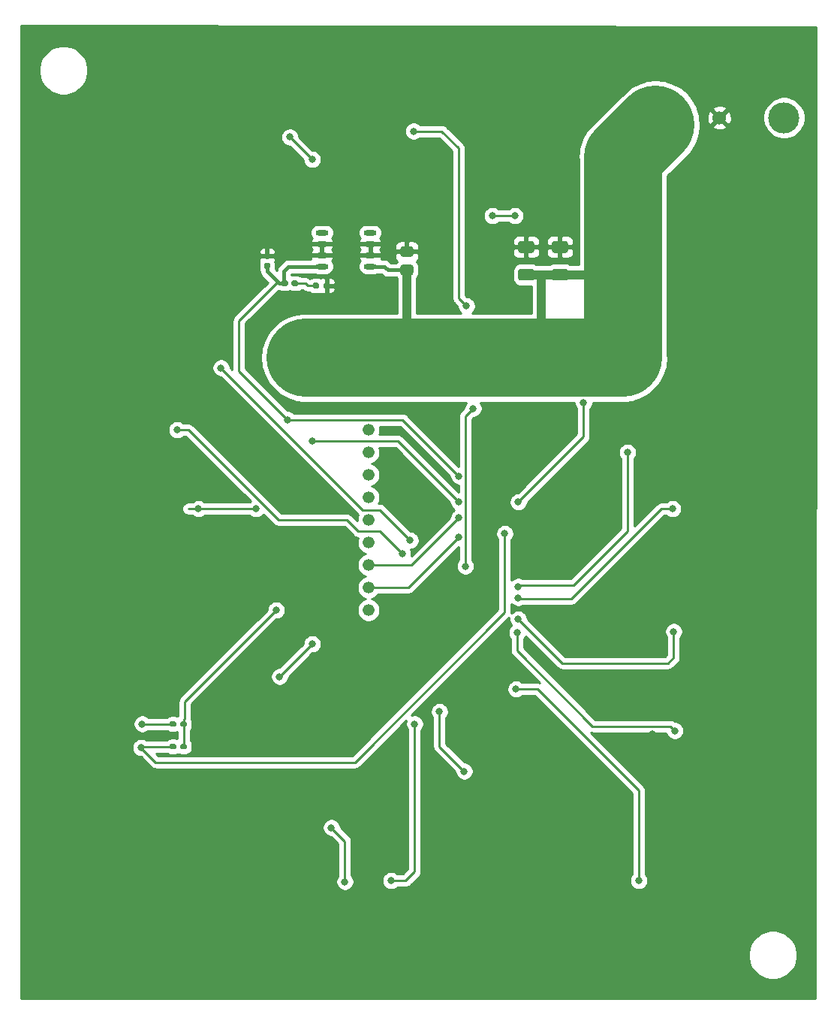
<source format=gbr>
%TF.GenerationSoftware,KiCad,Pcbnew,(5.1.9)-1*%
%TF.CreationDate,2021-03-29T16:21:42+05:30*%
%TF.ProjectId,LightStage,4c696768-7453-4746-9167-652e6b696361,rev?*%
%TF.SameCoordinates,Original*%
%TF.FileFunction,Copper,L2,Bot*%
%TF.FilePolarity,Positive*%
%FSLAX46Y46*%
G04 Gerber Fmt 4.6, Leading zero omitted, Abs format (unit mm)*
G04 Created by KiCad (PCBNEW (5.1.9)-1) date 2021-03-29 16:21:42*
%MOMM*%
%LPD*%
G01*
G04 APERTURE LIST*
%TA.AperFunction,ComponentPad*%
%ADD10C,3.500000*%
%TD*%
%TA.AperFunction,ComponentPad*%
%ADD11C,1.524000*%
%TD*%
%TA.AperFunction,ComponentPad*%
%ADD12C,1.340000*%
%TD*%
%TA.AperFunction,SMDPad,CuDef*%
%ADD13O,1.450000X0.599999*%
%TD*%
%TA.AperFunction,ViaPad*%
%ADD14C,0.800000*%
%TD*%
%TA.AperFunction,Conductor*%
%ADD15C,0.250000*%
%TD*%
%TA.AperFunction,Conductor*%
%ADD16C,0.400000*%
%TD*%
%TA.AperFunction,Conductor*%
%ADD17C,1.000000*%
%TD*%
%TA.AperFunction,Conductor*%
%ADD18C,8.800000*%
%TD*%
%TA.AperFunction,Conductor*%
%ADD19C,8.780000*%
%TD*%
%TA.AperFunction,Conductor*%
%ADD20C,0.254000*%
%TD*%
%TA.AperFunction,Conductor*%
%ADD21C,0.100000*%
%TD*%
G04 APERTURE END LIST*
D10*
%TO.P,J2,*%
%TO.N,*%
X117475000Y-51689000D03*
D11*
%TO.P,J2,2*%
%TO.N,GND*%
X110172500Y-51689000D03*
%TO.P,J2,1*%
%TO.N,24V*%
X104648000Y-51689000D03*
%TD*%
%TO.P,D1,2*%
%TO.N,5V*%
%TA.AperFunction,SMDPad,CuDef*%
G36*
G01*
X61532000Y-70198000D02*
X61532000Y-70518000D01*
G75*
G02*
X61372000Y-70678000I-160000J0D01*
G01*
X60927000Y-70678000D01*
G75*
G02*
X60767000Y-70518000I0J160000D01*
G01*
X60767000Y-70198000D01*
G75*
G02*
X60927000Y-70038000I160000J0D01*
G01*
X61372000Y-70038000D01*
G75*
G02*
X61532000Y-70198000I0J-160000D01*
G01*
G37*
%TD.AperFunction*%
%TO.P,D1,1*%
%TO.N,Net-(D1-Pad1)*%
%TA.AperFunction,SMDPad,CuDef*%
G36*
G01*
X62677000Y-70198000D02*
X62677000Y-70518000D01*
G75*
G02*
X62517000Y-70678000I-160000J0D01*
G01*
X62072000Y-70678000D01*
G75*
G02*
X61912000Y-70518000I0J160000D01*
G01*
X61912000Y-70198000D01*
G75*
G02*
X62072000Y-70038000I160000J0D01*
G01*
X62517000Y-70038000D01*
G75*
G02*
X62677000Y-70198000I0J-160000D01*
G01*
G37*
%TD.AperFunction*%
%TD*%
D12*
%TO.P,RN1,9*%
%TO.N,Net-(RN1-Pad9)*%
X70612000Y-107188000D03*
%TO.P,RN1,8*%
%TO.N,OE*%
X70612000Y-104648000D03*
%TO.P,RN1,7*%
%TO.N,A5*%
X70612000Y-102108000D03*
%TO.P,RN1,6*%
%TO.N,A4*%
X70612000Y-99568000D03*
%TO.P,RN1,5*%
%TO.N,A3*%
X70612000Y-97028000D03*
%TO.P,RN1,4*%
%TO.N,A2*%
X70612000Y-94488000D03*
%TO.P,RN1,3*%
%TO.N,A1*%
X70612000Y-91948000D03*
%TO.P,RN1,2*%
%TO.N,A0*%
X70612000Y-89408000D03*
%TO.P,RN1,1*%
%TO.N,GND*%
X70612000Y-86868000D03*
%TD*%
%TO.P,C3,2*%
%TO.N,GND*%
%TA.AperFunction,SMDPad,CuDef*%
G36*
G01*
X89042001Y-66918000D02*
X87741999Y-66918000D01*
G75*
G02*
X87492000Y-66668001I0J249999D01*
G01*
X87492000Y-65842999D01*
G75*
G02*
X87741999Y-65593000I249999J0D01*
G01*
X89042001Y-65593000D01*
G75*
G02*
X89292000Y-65842999I0J-249999D01*
G01*
X89292000Y-66668001D01*
G75*
G02*
X89042001Y-66918000I-249999J0D01*
G01*
G37*
%TD.AperFunction*%
%TO.P,C3,1*%
%TO.N,24V*%
%TA.AperFunction,SMDPad,CuDef*%
G36*
G01*
X89042001Y-70043000D02*
X87741999Y-70043000D01*
G75*
G02*
X87492000Y-69793001I0J249999D01*
G01*
X87492000Y-68967999D01*
G75*
G02*
X87741999Y-68718000I249999J0D01*
G01*
X89042001Y-68718000D01*
G75*
G02*
X89292000Y-68967999I0J-249999D01*
G01*
X89292000Y-69793001D01*
G75*
G02*
X89042001Y-70043000I-249999J0D01*
G01*
G37*
%TD.AperFunction*%
%TD*%
%TO.P,C2,2*%
%TO.N,GND*%
%TA.AperFunction,SMDPad,CuDef*%
G36*
G01*
X92852001Y-66918000D02*
X91551999Y-66918000D01*
G75*
G02*
X91302000Y-66668001I0J249999D01*
G01*
X91302000Y-65842999D01*
G75*
G02*
X91551999Y-65593000I249999J0D01*
G01*
X92852001Y-65593000D01*
G75*
G02*
X93102000Y-65842999I0J-249999D01*
G01*
X93102000Y-66668001D01*
G75*
G02*
X92852001Y-66918000I-249999J0D01*
G01*
G37*
%TD.AperFunction*%
%TO.P,C2,1*%
%TO.N,24V*%
%TA.AperFunction,SMDPad,CuDef*%
G36*
G01*
X92852001Y-70043000D02*
X91551999Y-70043000D01*
G75*
G02*
X91302000Y-69793001I0J249999D01*
G01*
X91302000Y-68967999D01*
G75*
G02*
X91551999Y-68718000I249999J0D01*
G01*
X92852001Y-68718000D01*
G75*
G02*
X93102000Y-68967999I0J-249999D01*
G01*
X93102000Y-69793001D01*
G75*
G02*
X92852001Y-70043000I-249999J0D01*
G01*
G37*
%TD.AperFunction*%
%TD*%
%TO.P,C1,2*%
%TO.N,GND*%
%TA.AperFunction,SMDPad,CuDef*%
G36*
G01*
X75405000Y-67368000D02*
X74455000Y-67368000D01*
G75*
G02*
X74205000Y-67118000I0J250000D01*
G01*
X74205000Y-66443000D01*
G75*
G02*
X74455000Y-66193000I250000J0D01*
G01*
X75405000Y-66193000D01*
G75*
G02*
X75655000Y-66443000I0J-250000D01*
G01*
X75655000Y-67118000D01*
G75*
G02*
X75405000Y-67368000I-250000J0D01*
G01*
G37*
%TD.AperFunction*%
%TO.P,C1,1*%
%TO.N,24V*%
%TA.AperFunction,SMDPad,CuDef*%
G36*
G01*
X75405000Y-69443000D02*
X74455000Y-69443000D01*
G75*
G02*
X74205000Y-69193000I0J250000D01*
G01*
X74205000Y-68518000D01*
G75*
G02*
X74455000Y-68268000I250000J0D01*
G01*
X75405000Y-68268000D01*
G75*
G02*
X75655000Y-68518000I0J-250000D01*
G01*
X75655000Y-69193000D01*
G75*
G02*
X75405000Y-69443000I-250000J0D01*
G01*
G37*
%TD.AperFunction*%
%TD*%
%TO.P,R3,2*%
%TO.N,5V*%
%TA.AperFunction,SMDPad,CuDef*%
G36*
G01*
X49389000Y-120175000D02*
X49389000Y-119855000D01*
G75*
G02*
X49549000Y-119695000I160000J0D01*
G01*
X49944000Y-119695000D01*
G75*
G02*
X50104000Y-119855000I0J-160000D01*
G01*
X50104000Y-120175000D01*
G75*
G02*
X49944000Y-120335000I-160000J0D01*
G01*
X49549000Y-120335000D01*
G75*
G02*
X49389000Y-120175000I0J160000D01*
G01*
G37*
%TD.AperFunction*%
%TO.P,R3,1*%
%TO.N,SDA*%
%TA.AperFunction,SMDPad,CuDef*%
G36*
G01*
X48194000Y-120175000D02*
X48194000Y-119855000D01*
G75*
G02*
X48354000Y-119695000I160000J0D01*
G01*
X48749000Y-119695000D01*
G75*
G02*
X48909000Y-119855000I0J-160000D01*
G01*
X48909000Y-120175000D01*
G75*
G02*
X48749000Y-120335000I-160000J0D01*
G01*
X48354000Y-120335000D01*
G75*
G02*
X48194000Y-120175000I0J160000D01*
G01*
G37*
%TD.AperFunction*%
%TD*%
%TO.P,R2,2*%
%TO.N,5V*%
%TA.AperFunction,SMDPad,CuDef*%
G36*
G01*
X49389000Y-122715000D02*
X49389000Y-122395000D01*
G75*
G02*
X49549000Y-122235000I160000J0D01*
G01*
X49944000Y-122235000D01*
G75*
G02*
X50104000Y-122395000I0J-160000D01*
G01*
X50104000Y-122715000D01*
G75*
G02*
X49944000Y-122875000I-160000J0D01*
G01*
X49549000Y-122875000D01*
G75*
G02*
X49389000Y-122715000I0J160000D01*
G01*
G37*
%TD.AperFunction*%
%TO.P,R2,1*%
%TO.N,SCL*%
%TA.AperFunction,SMDPad,CuDef*%
G36*
G01*
X48194000Y-122715000D02*
X48194000Y-122395000D01*
G75*
G02*
X48354000Y-122235000I160000J0D01*
G01*
X48749000Y-122235000D01*
G75*
G02*
X48909000Y-122395000I0J-160000D01*
G01*
X48909000Y-122715000D01*
G75*
G02*
X48749000Y-122875000I-160000J0D01*
G01*
X48354000Y-122875000D01*
G75*
G02*
X48194000Y-122715000I0J160000D01*
G01*
G37*
%TD.AperFunction*%
%TD*%
%TO.P,R1,2*%
%TO.N,GND*%
%TA.AperFunction,SMDPad,CuDef*%
G36*
G01*
X65518000Y-70772000D02*
X65518000Y-70452000D01*
G75*
G02*
X65678000Y-70292000I160000J0D01*
G01*
X66073000Y-70292000D01*
G75*
G02*
X66233000Y-70452000I0J-160000D01*
G01*
X66233000Y-70772000D01*
G75*
G02*
X66073000Y-70932000I-160000J0D01*
G01*
X65678000Y-70932000D01*
G75*
G02*
X65518000Y-70772000I0J160000D01*
G01*
G37*
%TD.AperFunction*%
%TO.P,R1,1*%
%TO.N,Net-(D1-Pad1)*%
%TA.AperFunction,SMDPad,CuDef*%
G36*
G01*
X64323000Y-70772000D02*
X64323000Y-70452000D01*
G75*
G02*
X64483000Y-70292000I160000J0D01*
G01*
X64878000Y-70292000D01*
G75*
G02*
X65038000Y-70452000I0J-160000D01*
G01*
X65038000Y-70772000D01*
G75*
G02*
X64878000Y-70932000I-160000J0D01*
G01*
X64483000Y-70932000D01*
G75*
G02*
X64323000Y-70772000I0J160000D01*
G01*
G37*
%TD.AperFunction*%
%TD*%
%TO.P,C5,2*%
%TO.N,GND*%
%TA.AperFunction,SMDPad,CuDef*%
G36*
G01*
X59337000Y-67618000D02*
X59027000Y-67618000D01*
G75*
G02*
X58872000Y-67463000I0J155000D01*
G01*
X58872000Y-67038000D01*
G75*
G02*
X59027000Y-66883000I155000J0D01*
G01*
X59337000Y-66883000D01*
G75*
G02*
X59492000Y-67038000I0J-155000D01*
G01*
X59492000Y-67463000D01*
G75*
G02*
X59337000Y-67618000I-155000J0D01*
G01*
G37*
%TD.AperFunction*%
%TO.P,C5,1*%
%TO.N,5V*%
%TA.AperFunction,SMDPad,CuDef*%
G36*
G01*
X59337000Y-68753000D02*
X59027000Y-68753000D01*
G75*
G02*
X58872000Y-68598000I0J155000D01*
G01*
X58872000Y-68173000D01*
G75*
G02*
X59027000Y-68018000I155000J0D01*
G01*
X59337000Y-68018000D01*
G75*
G02*
X59492000Y-68173000I0J-155000D01*
G01*
X59492000Y-68598000D01*
G75*
G02*
X59337000Y-68753000I-155000J0D01*
G01*
G37*
%TD.AperFunction*%
%TD*%
D13*
%TO.P,U1,8*%
%TO.N,24V*%
X70796998Y-68453000D03*
%TO.P,U1,7*%
%TO.N,GND*%
X70796998Y-67183000D03*
%TO.P,U1,6*%
X70796998Y-65913000D03*
%TO.P,U1,5*%
%TO.N,Net-(U1-Pad5)*%
X70796998Y-64643000D03*
%TO.P,U1,4*%
%TO.N,Net-(U1-Pad4)*%
X65346999Y-64643000D03*
%TO.P,U1,3*%
%TO.N,GND*%
X65346999Y-65913000D03*
%TO.P,U1,2*%
X65346999Y-67183000D03*
%TO.P,U1,1*%
%TO.N,5V*%
X65346999Y-68453000D03*
%TD*%
D14*
%TO.N,GND*%
X109474000Y-121285000D03*
X102616000Y-121158000D03*
X102235000Y-140589000D03*
X103632000Y-133858000D03*
X89916000Y-137033000D03*
X62103000Y-135763000D03*
X67437000Y-129032000D03*
X75692000Y-138303000D03*
X80010000Y-107569000D03*
X83566000Y-116078000D03*
X68072000Y-111125000D03*
X40640000Y-94107000D03*
X40767000Y-82550000D03*
X40767000Y-70485000D03*
X40386000Y-105664000D03*
X90678000Y-63373000D03*
X44577000Y-58293000D03*
X65786000Y-59944000D03*
X84963000Y-92710000D03*
X84963000Y-126365000D03*
X78613000Y-127381000D03*
X49022000Y-71374000D03*
X49149000Y-82804000D03*
X50038000Y-92075000D03*
X54610000Y-105791000D03*
X48895000Y-94488000D03*
X51562000Y-76708000D03*
X46609000Y-50800000D03*
X60452000Y-49911000D03*
X59563000Y-55245000D03*
X73533000Y-55245000D03*
X88900000Y-49784000D03*
X103505000Y-83058000D03*
X107696000Y-95631000D03*
X58293000Y-89916000D03*
X75438000Y-88138000D03*
X76835000Y-92837000D03*
X79248000Y-86233000D03*
X82931000Y-98171000D03*
%TO.N,5V*%
X60198000Y-107188000D03*
X61468000Y-85725000D03*
X80808990Y-92075000D03*
%TO.N,24V*%
X68072000Y-75438000D03*
X64262000Y-75438000D03*
X61722000Y-76708000D03*
X63500000Y-78740000D03*
X64262000Y-81788000D03*
X69342000Y-81788000D03*
X79502000Y-75438000D03*
X86233000Y-75057000D03*
X93599000Y-76200000D03*
X92456000Y-75946000D03*
X90932000Y-76073000D03*
X89662000Y-76200000D03*
X88519000Y-75946000D03*
X87376000Y-75946000D03*
X86233000Y-76200000D03*
X85217000Y-76073000D03*
%TO.N,A5*%
X80808990Y-96774000D03*
%TO.N,OE*%
X80808990Y-98933000D03*
%TO.N,SCL*%
X85979000Y-98552000D03*
X44958000Y-122682000D03*
%TO.N,SDA*%
X64262000Y-88138000D03*
X64262000Y-110998000D03*
X60579000Y-114681000D03*
X80808990Y-94996000D03*
X45085000Y-120015000D03*
%TO.N,PWM1*%
X49022000Y-86868000D03*
X74422000Y-100838000D03*
%TO.N,PWM2*%
X57912000Y-95758000D03*
X51435000Y-95758000D03*
%TO.N,PWM0*%
X75311000Y-99314000D03*
X53975000Y-79883000D03*
%TO.N,p_LED4*%
X66421000Y-131699000D03*
X67945000Y-137795000D03*
%TO.N,PWM5*%
X73152000Y-137668000D03*
X75819000Y-120015000D03*
%TO.N,PWM7*%
X101092000Y-137668000D03*
X87249000Y-116078000D03*
%TO.N,PWM6*%
X81407000Y-125349000D03*
X78613000Y-118618000D03*
%TO.N,PWM9*%
X87503000Y-108204000D03*
X105029000Y-109601000D03*
%TO.N,PWM12*%
X87503000Y-94996000D03*
X94869000Y-83820000D03*
%TO.N,PWM13*%
X75692000Y-53213000D03*
X81661000Y-72898000D03*
X82423000Y-84455000D03*
X81534000Y-102235000D03*
%TO.N,PWM14*%
X61742800Y-53868800D03*
X64262000Y-56388000D03*
%TO.N,PWM10*%
X104902000Y-95758000D03*
X87503000Y-105791000D03*
%TO.N,PWM11*%
X99822000Y-89408000D03*
X87503000Y-104521000D03*
%TO.N,PWM8*%
X87376000Y-109728000D03*
X105156000Y-120777000D03*
%TO.N,Net-(C30-Pad2)*%
X87122000Y-62738000D03*
X84582000Y-62738000D03*
%TD*%
D15*
%TO.N,5V*%
X49746500Y-122555000D02*
X49746500Y-120015000D01*
D16*
X59182000Y-69024500D02*
X59182000Y-68385500D01*
X60515500Y-70358000D02*
X59182000Y-69024500D01*
X61149500Y-70358000D02*
X60515500Y-70358000D01*
X61087000Y-70295500D02*
X61149500Y-70358000D01*
X61087000Y-68961000D02*
X61087000Y-70295500D01*
X61595000Y-68453000D02*
X61087000Y-68961000D01*
X65346999Y-68453000D02*
X61595000Y-68453000D01*
D15*
X49746500Y-120015000D02*
X49746500Y-119544500D01*
X49746500Y-119544500D02*
X49911000Y-119380000D01*
X49911000Y-117475000D02*
X60198000Y-107188000D01*
X49911000Y-119380000D02*
X49911000Y-117475000D01*
X56007000Y-80264000D02*
X56007000Y-74549000D01*
X60198000Y-70358000D02*
X61149500Y-70358000D01*
X61468000Y-85725000D02*
X56007000Y-80264000D01*
X56007000Y-74549000D02*
X60198000Y-70358000D01*
X61468000Y-85725000D02*
X74458990Y-85725000D01*
X74458990Y-85725000D02*
X80808990Y-92075000D01*
%TO.N,24V*%
X92202000Y-78105000D02*
X91567000Y-78740000D01*
X88392000Y-75565000D02*
X91567000Y-78740000D01*
X74930000Y-75057000D02*
X78613000Y-78740000D01*
D17*
X74930000Y-68855500D02*
X74930000Y-75057000D01*
D18*
X78613000Y-78740000D02*
X72009000Y-78740000D01*
X91567000Y-78740000D02*
X78613000Y-78740000D01*
D16*
X70796998Y-68453000D02*
X72390000Y-68453000D01*
X72792500Y-68855500D02*
X74930000Y-68855500D01*
X72390000Y-68453000D02*
X72792500Y-68855500D01*
D18*
X72009000Y-78740000D02*
X63500000Y-78740000D01*
D16*
X63500000Y-78740000D02*
X63500000Y-78740000D01*
D17*
X90081500Y-69888500D02*
X90081500Y-74676000D01*
X88392000Y-69380500D02*
X90081500Y-69380500D01*
X90081500Y-69380500D02*
X92202000Y-69380500D01*
X92202000Y-69380500D02*
X95465500Y-69380500D01*
X95465500Y-69380500D02*
X99314000Y-65532000D01*
D18*
X99314000Y-78740000D02*
X91567000Y-78740000D01*
D15*
X99314000Y-52197000D02*
X99314000Y-52578000D01*
D19*
X99314000Y-78740000D02*
X99314000Y-56134000D01*
X99314000Y-56134000D02*
X102997000Y-52451000D01*
D18*
X99314000Y-64008000D02*
X99314000Y-65532000D01*
D15*
%TO.N,Net-(D1-Pad1)*%
X62294500Y-70358000D02*
X63500000Y-70358000D01*
X63754000Y-70612000D02*
X64680500Y-70612000D01*
X63500000Y-70358000D02*
X63754000Y-70612000D01*
%TO.N,A5*%
X75474990Y-102108000D02*
X80808990Y-96774000D01*
X70612000Y-102108000D02*
X75474990Y-102108000D01*
%TO.N,OE*%
X70612000Y-104648000D02*
X75093990Y-104648000D01*
X75093990Y-104648000D02*
X80808990Y-98933000D01*
%TO.N,SCL*%
X85979000Y-107442000D02*
X85979000Y-98552000D01*
X46609000Y-124333000D02*
X69088000Y-124333000D01*
X69088000Y-124333000D02*
X85979000Y-107442000D01*
X44831000Y-122555000D02*
X46609000Y-124333000D01*
X45339000Y-122555000D02*
X45339000Y-122555000D01*
X45339000Y-122555000D02*
X48551500Y-122555000D01*
%TO.N,SDA*%
X60579000Y-114681000D02*
X64262000Y-110998000D01*
X73950990Y-88138000D02*
X80808990Y-94996000D01*
X64262000Y-88138000D02*
X73950990Y-88138000D01*
X48551500Y-120015000D02*
X45085000Y-120015000D01*
%TO.N,PWM1*%
X71882000Y-98298000D02*
X74422000Y-100838000D01*
X68199000Y-97028000D02*
X69469000Y-98298000D01*
X60452000Y-97028000D02*
X68199000Y-97028000D01*
X50292000Y-86868000D02*
X60452000Y-97028000D01*
X69469000Y-98298000D02*
X71882000Y-98298000D01*
X49022000Y-86868000D02*
X50292000Y-86868000D01*
%TO.N,PWM2*%
X57912000Y-95758000D02*
X51435000Y-95758000D01*
X51435000Y-95758000D02*
X50292000Y-95758000D01*
%TO.N,PWM0*%
X69977000Y-95885000D02*
X53975000Y-79883000D01*
X71882000Y-95885000D02*
X69977000Y-95885000D01*
X75311000Y-99314000D02*
X71882000Y-95885000D01*
%TO.N,p_LED4*%
X66421000Y-131699000D02*
X67945000Y-133223000D01*
X67945000Y-133223000D02*
X67945000Y-137795000D01*
%TO.N,PWM5*%
X74803000Y-137668000D02*
X73152000Y-137668000D01*
X75819000Y-136652000D02*
X74803000Y-137668000D01*
X75819000Y-120015000D02*
X75819000Y-136652000D01*
%TO.N,PWM7*%
X101092000Y-127508000D02*
X101092000Y-137668000D01*
X87249000Y-116078000D02*
X89662000Y-116078000D01*
X89662000Y-116078000D02*
X101092000Y-127508000D01*
%TO.N,PWM6*%
X78613000Y-122555000D02*
X81407000Y-125349000D01*
X78613000Y-118618000D02*
X78613000Y-122555000D01*
%TO.N,PWM9*%
X92456000Y-113157000D02*
X87503000Y-108204000D01*
X104394000Y-113157000D02*
X92456000Y-113157000D01*
X105029000Y-112522000D02*
X104394000Y-113157000D01*
X105029000Y-109601000D02*
X105029000Y-112522000D01*
%TO.N,PWM12*%
X94869000Y-87630000D02*
X87503000Y-94996000D01*
X94869000Y-83820000D02*
X94869000Y-87630000D01*
%TO.N,PWM13*%
X80772000Y-72009000D02*
X81661000Y-72898000D01*
X80772000Y-55118000D02*
X80772000Y-72009000D01*
X78867000Y-53213000D02*
X80772000Y-55118000D01*
X75692000Y-53213000D02*
X78867000Y-53213000D01*
X81534000Y-85344000D02*
X81534000Y-102235000D01*
X82423000Y-84455000D02*
X81534000Y-85344000D01*
%TO.N,PWM14*%
X64262000Y-56388000D02*
X61742800Y-53868800D01*
%TO.N,PWM10*%
X103632000Y-95758000D02*
X104902000Y-95758000D01*
X93472000Y-105918000D02*
X103632000Y-95758000D01*
X87630000Y-105918000D02*
X93472000Y-105918000D01*
X87503000Y-105791000D02*
X87630000Y-105918000D01*
%TO.N,PWM11*%
X99822000Y-98298000D02*
X99822000Y-89408000D01*
X93726000Y-104394000D02*
X99822000Y-98298000D01*
X87630000Y-104394000D02*
X93726000Y-104394000D01*
X87503000Y-104521000D02*
X87630000Y-104394000D01*
%TO.N,PWM8*%
X87376000Y-111760000D02*
X87376000Y-109728000D01*
X95885000Y-120269000D02*
X87376000Y-111760000D01*
X104648000Y-120269000D02*
X95885000Y-120269000D01*
X105156000Y-120777000D02*
X104648000Y-120269000D01*
%TO.N,Net-(C30-Pad2)*%
X87122000Y-62738000D02*
X84582000Y-62738000D01*
%TD*%
D20*
%TO.N,GND*%
X121107216Y-41451044D02*
X120981784Y-150953000D01*
X31419000Y-150953000D01*
X31419000Y-145775701D01*
X113420000Y-145775701D01*
X113420000Y-146324299D01*
X113527026Y-146862354D01*
X113736965Y-147369192D01*
X114041750Y-147825334D01*
X114429666Y-148213250D01*
X114885808Y-148518035D01*
X115392646Y-148727974D01*
X115930701Y-148835000D01*
X116479299Y-148835000D01*
X117017354Y-148727974D01*
X117524192Y-148518035D01*
X117980334Y-148213250D01*
X118368250Y-147825334D01*
X118673035Y-147369192D01*
X118882974Y-146862354D01*
X118990000Y-146324299D01*
X118990000Y-145775701D01*
X118882974Y-145237646D01*
X118673035Y-144730808D01*
X118368250Y-144274666D01*
X117980334Y-143886750D01*
X117524192Y-143581965D01*
X117017354Y-143372026D01*
X116479299Y-143265000D01*
X115930701Y-143265000D01*
X115392646Y-143372026D01*
X114885808Y-143581965D01*
X114429666Y-143886750D01*
X114041750Y-144274666D01*
X113736965Y-144730808D01*
X113527026Y-145237646D01*
X113420000Y-145775701D01*
X31419000Y-145775701D01*
X31419000Y-131597061D01*
X65386000Y-131597061D01*
X65386000Y-131800939D01*
X65425774Y-132000898D01*
X65503795Y-132189256D01*
X65617063Y-132358774D01*
X65761226Y-132502937D01*
X65930744Y-132616205D01*
X66119102Y-132694226D01*
X66319061Y-132734000D01*
X66381198Y-132734000D01*
X67185000Y-133537803D01*
X67185001Y-137091288D01*
X67141063Y-137135226D01*
X67027795Y-137304744D01*
X66949774Y-137493102D01*
X66910000Y-137693061D01*
X66910000Y-137896939D01*
X66949774Y-138096898D01*
X67027795Y-138285256D01*
X67141063Y-138454774D01*
X67285226Y-138598937D01*
X67454744Y-138712205D01*
X67643102Y-138790226D01*
X67843061Y-138830000D01*
X68046939Y-138830000D01*
X68246898Y-138790226D01*
X68435256Y-138712205D01*
X68604774Y-138598937D01*
X68748937Y-138454774D01*
X68862205Y-138285256D01*
X68940226Y-138096898D01*
X68980000Y-137896939D01*
X68980000Y-137693061D01*
X68940226Y-137493102D01*
X68862205Y-137304744D01*
X68748937Y-137135226D01*
X68705000Y-137091289D01*
X68705000Y-133260322D01*
X68708676Y-133222999D01*
X68705000Y-133185676D01*
X68705000Y-133185667D01*
X68694003Y-133074014D01*
X68650546Y-132930753D01*
X68579974Y-132798724D01*
X68566811Y-132782685D01*
X68508799Y-132711996D01*
X68508795Y-132711992D01*
X68485001Y-132682999D01*
X68456009Y-132659206D01*
X67456000Y-131659198D01*
X67456000Y-131597061D01*
X67416226Y-131397102D01*
X67338205Y-131208744D01*
X67224937Y-131039226D01*
X67080774Y-130895063D01*
X66911256Y-130781795D01*
X66722898Y-130703774D01*
X66522939Y-130664000D01*
X66319061Y-130664000D01*
X66119102Y-130703774D01*
X65930744Y-130781795D01*
X65761226Y-130895063D01*
X65617063Y-131039226D01*
X65503795Y-131208744D01*
X65425774Y-131397102D01*
X65386000Y-131597061D01*
X31419000Y-131597061D01*
X31419000Y-122580061D01*
X43923000Y-122580061D01*
X43923000Y-122783939D01*
X43962774Y-122983898D01*
X44040795Y-123172256D01*
X44154063Y-123341774D01*
X44298226Y-123485937D01*
X44467744Y-123599205D01*
X44656102Y-123677226D01*
X44856061Y-123717000D01*
X44918199Y-123717000D01*
X46045201Y-124844003D01*
X46068999Y-124873001D01*
X46184724Y-124967974D01*
X46316753Y-125038546D01*
X46460014Y-125082003D01*
X46571667Y-125093000D01*
X46571675Y-125093000D01*
X46609000Y-125096676D01*
X46646325Y-125093000D01*
X69050678Y-125093000D01*
X69088000Y-125096676D01*
X69125322Y-125093000D01*
X69125333Y-125093000D01*
X69236986Y-125082003D01*
X69380247Y-125038546D01*
X69512276Y-124967974D01*
X69628001Y-124873001D01*
X69651804Y-124843997D01*
X74852819Y-119642983D01*
X74823774Y-119713102D01*
X74784000Y-119913061D01*
X74784000Y-120116939D01*
X74823774Y-120316898D01*
X74901795Y-120505256D01*
X75015063Y-120674774D01*
X75059000Y-120718711D01*
X75059001Y-136337197D01*
X74488199Y-136908000D01*
X73855711Y-136908000D01*
X73811774Y-136864063D01*
X73642256Y-136750795D01*
X73453898Y-136672774D01*
X73253939Y-136633000D01*
X73050061Y-136633000D01*
X72850102Y-136672774D01*
X72661744Y-136750795D01*
X72492226Y-136864063D01*
X72348063Y-137008226D01*
X72234795Y-137177744D01*
X72156774Y-137366102D01*
X72117000Y-137566061D01*
X72117000Y-137769939D01*
X72156774Y-137969898D01*
X72234795Y-138158256D01*
X72348063Y-138327774D01*
X72492226Y-138471937D01*
X72661744Y-138585205D01*
X72850102Y-138663226D01*
X73050061Y-138703000D01*
X73253939Y-138703000D01*
X73453898Y-138663226D01*
X73642256Y-138585205D01*
X73811774Y-138471937D01*
X73855711Y-138428000D01*
X74765678Y-138428000D01*
X74803000Y-138431676D01*
X74840322Y-138428000D01*
X74840333Y-138428000D01*
X74951986Y-138417003D01*
X75095247Y-138373546D01*
X75227276Y-138302974D01*
X75343001Y-138208001D01*
X75366804Y-138178998D01*
X76330003Y-137215799D01*
X76359001Y-137192001D01*
X76411526Y-137127999D01*
X76453974Y-137076277D01*
X76524546Y-136944247D01*
X76535541Y-136908000D01*
X76568003Y-136800986D01*
X76579000Y-136689333D01*
X76579000Y-136689323D01*
X76582676Y-136652000D01*
X76579000Y-136614678D01*
X76579000Y-120718711D01*
X76622937Y-120674774D01*
X76736205Y-120505256D01*
X76814226Y-120316898D01*
X76854000Y-120116939D01*
X76854000Y-119913061D01*
X76814226Y-119713102D01*
X76736205Y-119524744D01*
X76622937Y-119355226D01*
X76478774Y-119211063D01*
X76309256Y-119097795D01*
X76120898Y-119019774D01*
X75920939Y-118980000D01*
X75717061Y-118980000D01*
X75517102Y-119019774D01*
X75446983Y-119048819D01*
X75979741Y-118516061D01*
X77578000Y-118516061D01*
X77578000Y-118719939D01*
X77617774Y-118919898D01*
X77695795Y-119108256D01*
X77809063Y-119277774D01*
X77853000Y-119321711D01*
X77853001Y-122517668D01*
X77849324Y-122555000D01*
X77863998Y-122703985D01*
X77907454Y-122847246D01*
X77978026Y-122979276D01*
X78049201Y-123066002D01*
X78073000Y-123095001D01*
X78101998Y-123118799D01*
X80372000Y-125388802D01*
X80372000Y-125450939D01*
X80411774Y-125650898D01*
X80489795Y-125839256D01*
X80603063Y-126008774D01*
X80747226Y-126152937D01*
X80916744Y-126266205D01*
X81105102Y-126344226D01*
X81305061Y-126384000D01*
X81508939Y-126384000D01*
X81708898Y-126344226D01*
X81897256Y-126266205D01*
X82066774Y-126152937D01*
X82210937Y-126008774D01*
X82324205Y-125839256D01*
X82402226Y-125650898D01*
X82442000Y-125450939D01*
X82442000Y-125247061D01*
X82402226Y-125047102D01*
X82324205Y-124858744D01*
X82210937Y-124689226D01*
X82066774Y-124545063D01*
X81897256Y-124431795D01*
X81708898Y-124353774D01*
X81508939Y-124314000D01*
X81446802Y-124314000D01*
X79373000Y-122240199D01*
X79373000Y-119321711D01*
X79416937Y-119277774D01*
X79530205Y-119108256D01*
X79608226Y-118919898D01*
X79648000Y-118719939D01*
X79648000Y-118516061D01*
X79608226Y-118316102D01*
X79530205Y-118127744D01*
X79416937Y-117958226D01*
X79272774Y-117814063D01*
X79103256Y-117700795D01*
X78914898Y-117622774D01*
X78714939Y-117583000D01*
X78511061Y-117583000D01*
X78311102Y-117622774D01*
X78122744Y-117700795D01*
X77953226Y-117814063D01*
X77809063Y-117958226D01*
X77695795Y-118127744D01*
X77617774Y-118316102D01*
X77578000Y-118516061D01*
X75979741Y-118516061D01*
X86486439Y-108009363D01*
X86468000Y-108102061D01*
X86468000Y-108305939D01*
X86507774Y-108505898D01*
X86585795Y-108694256D01*
X86699063Y-108863774D01*
X86742078Y-108906789D01*
X86716226Y-108924063D01*
X86572063Y-109068226D01*
X86458795Y-109237744D01*
X86380774Y-109426102D01*
X86341000Y-109626061D01*
X86341000Y-109829939D01*
X86380774Y-110029898D01*
X86458795Y-110218256D01*
X86572063Y-110387774D01*
X86616001Y-110431712D01*
X86616000Y-111722677D01*
X86612324Y-111760000D01*
X86616000Y-111797322D01*
X86616000Y-111797332D01*
X86626997Y-111908985D01*
X86652551Y-111993226D01*
X86670454Y-112052246D01*
X86741026Y-112184276D01*
X86778349Y-112229754D01*
X86835999Y-112300001D01*
X86865003Y-112323804D01*
X89895977Y-115354778D01*
X89810986Y-115328997D01*
X89699333Y-115318000D01*
X89699322Y-115318000D01*
X89662000Y-115314324D01*
X89624678Y-115318000D01*
X87952711Y-115318000D01*
X87908774Y-115274063D01*
X87739256Y-115160795D01*
X87550898Y-115082774D01*
X87350939Y-115043000D01*
X87147061Y-115043000D01*
X86947102Y-115082774D01*
X86758744Y-115160795D01*
X86589226Y-115274063D01*
X86445063Y-115418226D01*
X86331795Y-115587744D01*
X86253774Y-115776102D01*
X86214000Y-115976061D01*
X86214000Y-116179939D01*
X86253774Y-116379898D01*
X86331795Y-116568256D01*
X86445063Y-116737774D01*
X86589226Y-116881937D01*
X86758744Y-116995205D01*
X86947102Y-117073226D01*
X87147061Y-117113000D01*
X87350939Y-117113000D01*
X87550898Y-117073226D01*
X87739256Y-116995205D01*
X87908774Y-116881937D01*
X87952711Y-116838000D01*
X89347199Y-116838000D01*
X100332000Y-127822802D01*
X100332001Y-136964288D01*
X100288063Y-137008226D01*
X100174795Y-137177744D01*
X100096774Y-137366102D01*
X100057000Y-137566061D01*
X100057000Y-137769939D01*
X100096774Y-137969898D01*
X100174795Y-138158256D01*
X100288063Y-138327774D01*
X100432226Y-138471937D01*
X100601744Y-138585205D01*
X100790102Y-138663226D01*
X100990061Y-138703000D01*
X101193939Y-138703000D01*
X101393898Y-138663226D01*
X101582256Y-138585205D01*
X101751774Y-138471937D01*
X101895937Y-138327774D01*
X102009205Y-138158256D01*
X102087226Y-137969898D01*
X102127000Y-137769939D01*
X102127000Y-137566061D01*
X102087226Y-137366102D01*
X102009205Y-137177744D01*
X101895937Y-137008226D01*
X101852000Y-136964289D01*
X101852000Y-127545322D01*
X101855676Y-127507999D01*
X101852000Y-127470677D01*
X101852000Y-127470667D01*
X101841003Y-127359014D01*
X101797546Y-127215753D01*
X101726975Y-127083725D01*
X101726974Y-127083723D01*
X101655799Y-126996997D01*
X101632001Y-126967999D01*
X101603004Y-126944202D01*
X95651023Y-120992222D01*
X95736014Y-121018003D01*
X95847667Y-121029000D01*
X95847676Y-121029000D01*
X95884999Y-121032676D01*
X95922322Y-121029000D01*
X104150849Y-121029000D01*
X104160774Y-121078898D01*
X104238795Y-121267256D01*
X104352063Y-121436774D01*
X104496226Y-121580937D01*
X104665744Y-121694205D01*
X104854102Y-121772226D01*
X105054061Y-121812000D01*
X105257939Y-121812000D01*
X105457898Y-121772226D01*
X105646256Y-121694205D01*
X105815774Y-121580937D01*
X105959937Y-121436774D01*
X106073205Y-121267256D01*
X106151226Y-121078898D01*
X106191000Y-120878939D01*
X106191000Y-120675061D01*
X106151226Y-120475102D01*
X106073205Y-120286744D01*
X105959937Y-120117226D01*
X105815774Y-119973063D01*
X105646256Y-119859795D01*
X105457898Y-119781774D01*
X105257939Y-119742000D01*
X105198671Y-119742000D01*
X105188001Y-119728999D01*
X105072276Y-119634026D01*
X104940247Y-119563454D01*
X104796986Y-119519997D01*
X104685333Y-119509000D01*
X104685322Y-119509000D01*
X104648000Y-119505324D01*
X104610678Y-119509000D01*
X96199802Y-119509000D01*
X88136000Y-111445199D01*
X88136000Y-110431711D01*
X88179937Y-110387774D01*
X88293205Y-110218256D01*
X88336919Y-110112721D01*
X91892201Y-113668003D01*
X91915999Y-113697001D01*
X92031724Y-113791974D01*
X92163753Y-113862546D01*
X92307014Y-113906003D01*
X92418667Y-113917000D01*
X92418675Y-113917000D01*
X92456000Y-113920676D01*
X92493325Y-113917000D01*
X104356678Y-113917000D01*
X104394000Y-113920676D01*
X104431322Y-113917000D01*
X104431333Y-113917000D01*
X104542986Y-113906003D01*
X104686247Y-113862546D01*
X104818276Y-113791974D01*
X104934001Y-113697001D01*
X104957803Y-113667998D01*
X105540002Y-113085800D01*
X105569001Y-113062001D01*
X105663974Y-112946276D01*
X105734546Y-112814247D01*
X105778003Y-112670986D01*
X105789000Y-112559333D01*
X105792677Y-112522000D01*
X105789000Y-112484667D01*
X105789000Y-110304711D01*
X105832937Y-110260774D01*
X105946205Y-110091256D01*
X106024226Y-109902898D01*
X106064000Y-109702939D01*
X106064000Y-109499061D01*
X106024226Y-109299102D01*
X105946205Y-109110744D01*
X105832937Y-108941226D01*
X105688774Y-108797063D01*
X105519256Y-108683795D01*
X105330898Y-108605774D01*
X105130939Y-108566000D01*
X104927061Y-108566000D01*
X104727102Y-108605774D01*
X104538744Y-108683795D01*
X104369226Y-108797063D01*
X104225063Y-108941226D01*
X104111795Y-109110744D01*
X104033774Y-109299102D01*
X103994000Y-109499061D01*
X103994000Y-109702939D01*
X104033774Y-109902898D01*
X104111795Y-110091256D01*
X104225063Y-110260774D01*
X104269000Y-110304711D01*
X104269001Y-112207197D01*
X104079199Y-112397000D01*
X92770802Y-112397000D01*
X88538000Y-108164199D01*
X88538000Y-108102061D01*
X88498226Y-107902102D01*
X88420205Y-107713744D01*
X88306937Y-107544226D01*
X88162774Y-107400063D01*
X87993256Y-107286795D01*
X87804898Y-107208774D01*
X87604939Y-107169000D01*
X87401061Y-107169000D01*
X87201102Y-107208774D01*
X87012744Y-107286795D01*
X86843226Y-107400063D01*
X86736273Y-107507016D01*
X86739000Y-107479333D01*
X86739000Y-107479324D01*
X86742676Y-107442001D01*
X86739000Y-107404678D01*
X86739000Y-106490711D01*
X86843226Y-106594937D01*
X87012744Y-106708205D01*
X87201102Y-106786226D01*
X87401061Y-106826000D01*
X87604939Y-106826000D01*
X87804898Y-106786226D01*
X87993256Y-106708205D01*
X88038461Y-106678000D01*
X93434678Y-106678000D01*
X93472000Y-106681676D01*
X93509322Y-106678000D01*
X93509333Y-106678000D01*
X93620986Y-106667003D01*
X93764247Y-106623546D01*
X93896276Y-106552974D01*
X94012001Y-106458001D01*
X94035804Y-106428997D01*
X103946802Y-96518000D01*
X104198289Y-96518000D01*
X104242226Y-96561937D01*
X104411744Y-96675205D01*
X104600102Y-96753226D01*
X104800061Y-96793000D01*
X105003939Y-96793000D01*
X105203898Y-96753226D01*
X105392256Y-96675205D01*
X105561774Y-96561937D01*
X105705937Y-96417774D01*
X105819205Y-96248256D01*
X105897226Y-96059898D01*
X105937000Y-95859939D01*
X105937000Y-95656061D01*
X105897226Y-95456102D01*
X105819205Y-95267744D01*
X105705937Y-95098226D01*
X105561774Y-94954063D01*
X105392256Y-94840795D01*
X105203898Y-94762774D01*
X105003939Y-94723000D01*
X104800061Y-94723000D01*
X104600102Y-94762774D01*
X104411744Y-94840795D01*
X104242226Y-94954063D01*
X104198289Y-94998000D01*
X103669325Y-94998000D01*
X103632000Y-94994324D01*
X103594675Y-94998000D01*
X103594667Y-94998000D01*
X103483014Y-95008997D01*
X103339753Y-95052454D01*
X103207724Y-95123026D01*
X103091999Y-95217999D01*
X103068201Y-95246997D01*
X100582000Y-97733198D01*
X100582000Y-90111711D01*
X100625937Y-90067774D01*
X100739205Y-89898256D01*
X100817226Y-89709898D01*
X100857000Y-89509939D01*
X100857000Y-89306061D01*
X100817226Y-89106102D01*
X100739205Y-88917744D01*
X100625937Y-88748226D01*
X100481774Y-88604063D01*
X100312256Y-88490795D01*
X100123898Y-88412774D01*
X99923939Y-88373000D01*
X99720061Y-88373000D01*
X99520102Y-88412774D01*
X99331744Y-88490795D01*
X99162226Y-88604063D01*
X99018063Y-88748226D01*
X98904795Y-88917744D01*
X98826774Y-89106102D01*
X98787000Y-89306061D01*
X98787000Y-89509939D01*
X98826774Y-89709898D01*
X98904795Y-89898256D01*
X99018063Y-90067774D01*
X99062001Y-90111712D01*
X99062000Y-97983198D01*
X93411199Y-103634000D01*
X88038461Y-103634000D01*
X87993256Y-103603795D01*
X87804898Y-103525774D01*
X87604939Y-103486000D01*
X87401061Y-103486000D01*
X87201102Y-103525774D01*
X87012744Y-103603795D01*
X86843226Y-103717063D01*
X86739000Y-103821289D01*
X86739000Y-99255711D01*
X86782937Y-99211774D01*
X86896205Y-99042256D01*
X86974226Y-98853898D01*
X87014000Y-98653939D01*
X87014000Y-98450061D01*
X86974226Y-98250102D01*
X86896205Y-98061744D01*
X86782937Y-97892226D01*
X86638774Y-97748063D01*
X86469256Y-97634795D01*
X86280898Y-97556774D01*
X86080939Y-97517000D01*
X85877061Y-97517000D01*
X85677102Y-97556774D01*
X85488744Y-97634795D01*
X85319226Y-97748063D01*
X85175063Y-97892226D01*
X85061795Y-98061744D01*
X84983774Y-98250102D01*
X84944000Y-98450061D01*
X84944000Y-98653939D01*
X84983774Y-98853898D01*
X85061795Y-99042256D01*
X85175063Y-99211774D01*
X85219001Y-99255712D01*
X85219000Y-107127198D01*
X68773199Y-123573000D01*
X46923802Y-123573000D01*
X46665802Y-123315000D01*
X47833152Y-123315000D01*
X47910615Y-123378573D01*
X48048591Y-123452322D01*
X48198304Y-123497737D01*
X48354000Y-123513072D01*
X48749000Y-123513072D01*
X48904696Y-123497737D01*
X49054409Y-123452322D01*
X49149000Y-123401763D01*
X49243591Y-123452322D01*
X49393304Y-123497737D01*
X49549000Y-123513072D01*
X49944000Y-123513072D01*
X50099696Y-123497737D01*
X50249409Y-123452322D01*
X50387385Y-123378573D01*
X50508322Y-123279322D01*
X50607573Y-123158385D01*
X50681322Y-123020409D01*
X50726737Y-122870696D01*
X50742072Y-122715000D01*
X50742072Y-122395000D01*
X50726737Y-122239304D01*
X50681322Y-122089591D01*
X50607573Y-121951615D01*
X50508322Y-121830678D01*
X50506500Y-121829183D01*
X50506500Y-120740817D01*
X50508322Y-120739322D01*
X50607573Y-120618385D01*
X50681322Y-120480409D01*
X50726737Y-120330696D01*
X50742072Y-120175000D01*
X50742072Y-119855000D01*
X50726737Y-119699304D01*
X50681322Y-119549591D01*
X50661607Y-119512706D01*
X50671000Y-119417333D01*
X50671000Y-119417324D01*
X50674676Y-119380001D01*
X50671000Y-119342678D01*
X50671000Y-117789801D01*
X53881740Y-114579061D01*
X59544000Y-114579061D01*
X59544000Y-114782939D01*
X59583774Y-114982898D01*
X59661795Y-115171256D01*
X59775063Y-115340774D01*
X59919226Y-115484937D01*
X60088744Y-115598205D01*
X60277102Y-115676226D01*
X60477061Y-115716000D01*
X60680939Y-115716000D01*
X60880898Y-115676226D01*
X61069256Y-115598205D01*
X61238774Y-115484937D01*
X61382937Y-115340774D01*
X61496205Y-115171256D01*
X61574226Y-114982898D01*
X61614000Y-114782939D01*
X61614000Y-114720801D01*
X64301802Y-112033000D01*
X64363939Y-112033000D01*
X64563898Y-111993226D01*
X64752256Y-111915205D01*
X64921774Y-111801937D01*
X65065937Y-111657774D01*
X65179205Y-111488256D01*
X65257226Y-111299898D01*
X65297000Y-111099939D01*
X65297000Y-110896061D01*
X65257226Y-110696102D01*
X65179205Y-110507744D01*
X65065937Y-110338226D01*
X64921774Y-110194063D01*
X64752256Y-110080795D01*
X64563898Y-110002774D01*
X64363939Y-109963000D01*
X64160061Y-109963000D01*
X63960102Y-110002774D01*
X63771744Y-110080795D01*
X63602226Y-110194063D01*
X63458063Y-110338226D01*
X63344795Y-110507744D01*
X63266774Y-110696102D01*
X63227000Y-110896061D01*
X63227000Y-110958198D01*
X60539199Y-113646000D01*
X60477061Y-113646000D01*
X60277102Y-113685774D01*
X60088744Y-113763795D01*
X59919226Y-113877063D01*
X59775063Y-114021226D01*
X59661795Y-114190744D01*
X59583774Y-114379102D01*
X59544000Y-114579061D01*
X53881740Y-114579061D01*
X60237802Y-108223000D01*
X60299939Y-108223000D01*
X60499898Y-108183226D01*
X60688256Y-108105205D01*
X60857774Y-107991937D01*
X61001937Y-107847774D01*
X61115205Y-107678256D01*
X61193226Y-107489898D01*
X61233000Y-107289939D01*
X61233000Y-107086061D01*
X61193226Y-106886102D01*
X61115205Y-106697744D01*
X61001937Y-106528226D01*
X60857774Y-106384063D01*
X60688256Y-106270795D01*
X60499898Y-106192774D01*
X60299939Y-106153000D01*
X60096061Y-106153000D01*
X59896102Y-106192774D01*
X59707744Y-106270795D01*
X59538226Y-106384063D01*
X59394063Y-106528226D01*
X59280795Y-106697744D01*
X59202774Y-106886102D01*
X59163000Y-107086061D01*
X59163000Y-107148198D01*
X49399998Y-116911201D01*
X49371000Y-116934999D01*
X49347202Y-116963997D01*
X49347201Y-116963998D01*
X49276026Y-117050724D01*
X49205454Y-117182754D01*
X49161998Y-117326015D01*
X49147324Y-117475000D01*
X49151001Y-117512332D01*
X49151000Y-119072125D01*
X49111526Y-119120224D01*
X49099892Y-119141989D01*
X49054409Y-119117678D01*
X48904696Y-119072263D01*
X48749000Y-119056928D01*
X48354000Y-119056928D01*
X48198304Y-119072263D01*
X48048591Y-119117678D01*
X47910615Y-119191427D01*
X47833152Y-119255000D01*
X45788711Y-119255000D01*
X45744774Y-119211063D01*
X45575256Y-119097795D01*
X45386898Y-119019774D01*
X45186939Y-118980000D01*
X44983061Y-118980000D01*
X44783102Y-119019774D01*
X44594744Y-119097795D01*
X44425226Y-119211063D01*
X44281063Y-119355226D01*
X44167795Y-119524744D01*
X44089774Y-119713102D01*
X44050000Y-119913061D01*
X44050000Y-120116939D01*
X44089774Y-120316898D01*
X44167795Y-120505256D01*
X44281063Y-120674774D01*
X44425226Y-120818937D01*
X44594744Y-120932205D01*
X44783102Y-121010226D01*
X44983061Y-121050000D01*
X45186939Y-121050000D01*
X45386898Y-121010226D01*
X45575256Y-120932205D01*
X45744774Y-120818937D01*
X45788711Y-120775000D01*
X47833152Y-120775000D01*
X47910615Y-120838573D01*
X48048591Y-120912322D01*
X48198304Y-120957737D01*
X48354000Y-120973072D01*
X48749000Y-120973072D01*
X48904696Y-120957737D01*
X48986501Y-120932922D01*
X48986500Y-121637078D01*
X48904696Y-121612263D01*
X48749000Y-121596928D01*
X48354000Y-121596928D01*
X48198304Y-121612263D01*
X48048591Y-121657678D01*
X47910615Y-121731427D01*
X47833152Y-121795000D01*
X45493461Y-121795000D01*
X45448256Y-121764795D01*
X45259898Y-121686774D01*
X45059939Y-121647000D01*
X44856061Y-121647000D01*
X44656102Y-121686774D01*
X44467744Y-121764795D01*
X44298226Y-121878063D01*
X44154063Y-122022226D01*
X44040795Y-122191744D01*
X43962774Y-122380102D01*
X43923000Y-122580061D01*
X31419000Y-122580061D01*
X31419000Y-86766061D01*
X47987000Y-86766061D01*
X47987000Y-86969939D01*
X48026774Y-87169898D01*
X48104795Y-87358256D01*
X48218063Y-87527774D01*
X48362226Y-87671937D01*
X48531744Y-87785205D01*
X48720102Y-87863226D01*
X48920061Y-87903000D01*
X49123939Y-87903000D01*
X49323898Y-87863226D01*
X49512256Y-87785205D01*
X49681774Y-87671937D01*
X49725711Y-87628000D01*
X49977199Y-87628000D01*
X57282819Y-94933621D01*
X57252226Y-94954063D01*
X57208289Y-94998000D01*
X52138711Y-94998000D01*
X52094774Y-94954063D01*
X51925256Y-94840795D01*
X51736898Y-94762774D01*
X51536939Y-94723000D01*
X51333061Y-94723000D01*
X51133102Y-94762774D01*
X50944744Y-94840795D01*
X50775226Y-94954063D01*
X50731289Y-94998000D01*
X50254667Y-94998000D01*
X50143014Y-95008997D01*
X49999753Y-95052454D01*
X49867724Y-95123026D01*
X49751999Y-95217999D01*
X49657026Y-95333724D01*
X49586454Y-95465753D01*
X49542997Y-95609014D01*
X49528323Y-95758000D01*
X49542997Y-95906986D01*
X49586454Y-96050247D01*
X49657026Y-96182276D01*
X49751999Y-96298001D01*
X49867724Y-96392974D01*
X49999753Y-96463546D01*
X50143014Y-96507003D01*
X50254667Y-96518000D01*
X50731289Y-96518000D01*
X50775226Y-96561937D01*
X50944744Y-96675205D01*
X51133102Y-96753226D01*
X51333061Y-96793000D01*
X51536939Y-96793000D01*
X51736898Y-96753226D01*
X51925256Y-96675205D01*
X52094774Y-96561937D01*
X52138711Y-96518000D01*
X57208289Y-96518000D01*
X57252226Y-96561937D01*
X57421744Y-96675205D01*
X57610102Y-96753226D01*
X57810061Y-96793000D01*
X58013939Y-96793000D01*
X58213898Y-96753226D01*
X58402256Y-96675205D01*
X58571774Y-96561937D01*
X58715937Y-96417774D01*
X58736379Y-96387181D01*
X59888200Y-97539002D01*
X59911999Y-97568001D01*
X60027724Y-97662974D01*
X60159753Y-97733546D01*
X60303014Y-97777003D01*
X60414667Y-97788000D01*
X60414675Y-97788000D01*
X60452000Y-97791676D01*
X60489325Y-97788000D01*
X67884199Y-97788000D01*
X68905200Y-98809002D01*
X68928999Y-98838001D01*
X69044724Y-98932974D01*
X69176753Y-99003546D01*
X69320014Y-99047003D01*
X69411548Y-99056018D01*
X69357151Y-99187346D01*
X69307000Y-99439469D01*
X69307000Y-99696531D01*
X69357151Y-99948654D01*
X69455524Y-100186149D01*
X69598341Y-100399889D01*
X69780111Y-100581659D01*
X69993851Y-100724476D01*
X70231346Y-100822849D01*
X70307514Y-100838000D01*
X70231346Y-100853151D01*
X69993851Y-100951524D01*
X69780111Y-101094341D01*
X69598341Y-101276111D01*
X69455524Y-101489851D01*
X69357151Y-101727346D01*
X69307000Y-101979469D01*
X69307000Y-102236531D01*
X69357151Y-102488654D01*
X69455524Y-102726149D01*
X69598341Y-102939889D01*
X69780111Y-103121659D01*
X69993851Y-103264476D01*
X70231346Y-103362849D01*
X70307514Y-103378000D01*
X70231346Y-103393151D01*
X69993851Y-103491524D01*
X69780111Y-103634341D01*
X69598341Y-103816111D01*
X69455524Y-104029851D01*
X69357151Y-104267346D01*
X69307000Y-104519469D01*
X69307000Y-104776531D01*
X69357151Y-105028654D01*
X69455524Y-105266149D01*
X69598341Y-105479889D01*
X69780111Y-105661659D01*
X69993851Y-105804476D01*
X70231346Y-105902849D01*
X70307514Y-105918000D01*
X70231346Y-105933151D01*
X69993851Y-106031524D01*
X69780111Y-106174341D01*
X69598341Y-106356111D01*
X69455524Y-106569851D01*
X69357151Y-106807346D01*
X69307000Y-107059469D01*
X69307000Y-107316531D01*
X69357151Y-107568654D01*
X69455524Y-107806149D01*
X69598341Y-108019889D01*
X69780111Y-108201659D01*
X69993851Y-108344476D01*
X70231346Y-108442849D01*
X70483469Y-108493000D01*
X70740531Y-108493000D01*
X70992654Y-108442849D01*
X71230149Y-108344476D01*
X71443889Y-108201659D01*
X71625659Y-108019889D01*
X71768476Y-107806149D01*
X71866849Y-107568654D01*
X71917000Y-107316531D01*
X71917000Y-107059469D01*
X71866849Y-106807346D01*
X71768476Y-106569851D01*
X71625659Y-106356111D01*
X71443889Y-106174341D01*
X71230149Y-106031524D01*
X70992654Y-105933151D01*
X70916486Y-105918000D01*
X70992654Y-105902849D01*
X71230149Y-105804476D01*
X71443889Y-105661659D01*
X71625659Y-105479889D01*
X71673694Y-105408000D01*
X75056668Y-105408000D01*
X75093990Y-105411676D01*
X75131312Y-105408000D01*
X75131323Y-105408000D01*
X75242976Y-105397003D01*
X75386237Y-105353546D01*
X75518266Y-105282974D01*
X75633991Y-105188001D01*
X75657794Y-105158997D01*
X80774001Y-100042791D01*
X80774001Y-101531288D01*
X80730063Y-101575226D01*
X80616795Y-101744744D01*
X80538774Y-101933102D01*
X80499000Y-102133061D01*
X80499000Y-102336939D01*
X80538774Y-102536898D01*
X80616795Y-102725256D01*
X80730063Y-102894774D01*
X80874226Y-103038937D01*
X81043744Y-103152205D01*
X81232102Y-103230226D01*
X81432061Y-103270000D01*
X81635939Y-103270000D01*
X81835898Y-103230226D01*
X82024256Y-103152205D01*
X82193774Y-103038937D01*
X82337937Y-102894774D01*
X82451205Y-102725256D01*
X82529226Y-102536898D01*
X82569000Y-102336939D01*
X82569000Y-102133061D01*
X82529226Y-101933102D01*
X82451205Y-101744744D01*
X82337937Y-101575226D01*
X82294000Y-101531289D01*
X82294000Y-85658801D01*
X82462801Y-85490000D01*
X82524939Y-85490000D01*
X82724898Y-85450226D01*
X82913256Y-85372205D01*
X83082774Y-85258937D01*
X83226937Y-85114774D01*
X83340205Y-84945256D01*
X83418226Y-84756898D01*
X83458000Y-84556939D01*
X83458000Y-84353061D01*
X83418226Y-84153102D01*
X83340205Y-83964744D01*
X83226937Y-83795226D01*
X83206711Y-83775000D01*
X93834000Y-83775000D01*
X93834000Y-83921939D01*
X93873774Y-84121898D01*
X93951795Y-84310256D01*
X94065063Y-84479774D01*
X94109000Y-84523711D01*
X94109001Y-87315197D01*
X87463199Y-93961000D01*
X87401061Y-93961000D01*
X87201102Y-94000774D01*
X87012744Y-94078795D01*
X86843226Y-94192063D01*
X86699063Y-94336226D01*
X86585795Y-94505744D01*
X86507774Y-94694102D01*
X86468000Y-94894061D01*
X86468000Y-95097939D01*
X86507774Y-95297898D01*
X86585795Y-95486256D01*
X86699063Y-95655774D01*
X86843226Y-95799937D01*
X87012744Y-95913205D01*
X87201102Y-95991226D01*
X87401061Y-96031000D01*
X87604939Y-96031000D01*
X87804898Y-95991226D01*
X87993256Y-95913205D01*
X88162774Y-95799937D01*
X88306937Y-95655774D01*
X88420205Y-95486256D01*
X88498226Y-95297898D01*
X88538000Y-95097939D01*
X88538000Y-95035801D01*
X95380003Y-88193799D01*
X95409001Y-88170001D01*
X95461171Y-88106432D01*
X95503974Y-88054277D01*
X95574546Y-87922247D01*
X95580384Y-87903000D01*
X95618003Y-87778986D01*
X95629000Y-87667333D01*
X95629000Y-87667324D01*
X95632676Y-87630001D01*
X95629000Y-87592678D01*
X95629000Y-84523711D01*
X95672937Y-84479774D01*
X95786205Y-84310256D01*
X95864226Y-84121898D01*
X95904000Y-83921939D01*
X95904000Y-83775000D01*
X99168677Y-83775000D01*
X99314000Y-83789313D01*
X99459322Y-83775000D01*
X99561352Y-83775000D01*
X100301033Y-83702148D01*
X101250134Y-83414241D01*
X102124831Y-82946706D01*
X102891509Y-82317509D01*
X103520706Y-81550831D01*
X103988241Y-80676134D01*
X104276148Y-79727033D01*
X104373362Y-78740000D01*
X104339000Y-78391116D01*
X104339000Y-65880883D01*
X104349000Y-65779351D01*
X104349000Y-63760648D01*
X104339000Y-63659116D01*
X104339000Y-58215423D01*
X106724764Y-55829660D01*
X107195350Y-55256248D01*
X107661956Y-54383289D01*
X107949291Y-53436072D01*
X108026262Y-52654565D01*
X109386540Y-52654565D01*
X109453520Y-52894656D01*
X109702548Y-53011756D01*
X109969635Y-53078023D01*
X110244517Y-53090910D01*
X110516633Y-53049922D01*
X110775523Y-52956636D01*
X110891480Y-52894656D01*
X110958460Y-52654565D01*
X110172500Y-51868605D01*
X109386540Y-52654565D01*
X108026262Y-52654565D01*
X108046312Y-52451000D01*
X107978355Y-51761017D01*
X108770590Y-51761017D01*
X108811578Y-52033133D01*
X108904864Y-52292023D01*
X108966844Y-52407980D01*
X109206935Y-52474960D01*
X109992895Y-51689000D01*
X110352105Y-51689000D01*
X111138065Y-52474960D01*
X111378156Y-52407980D01*
X111495256Y-52158952D01*
X111561523Y-51891865D01*
X111574410Y-51616983D01*
X111549876Y-51454098D01*
X115090000Y-51454098D01*
X115090000Y-51923902D01*
X115181654Y-52384679D01*
X115361440Y-52818721D01*
X115622450Y-53209349D01*
X115954651Y-53541550D01*
X116345279Y-53802560D01*
X116779321Y-53982346D01*
X117240098Y-54074000D01*
X117709902Y-54074000D01*
X118170679Y-53982346D01*
X118604721Y-53802560D01*
X118995349Y-53541550D01*
X119327550Y-53209349D01*
X119588560Y-52818721D01*
X119768346Y-52384679D01*
X119860000Y-51923902D01*
X119860000Y-51454098D01*
X119768346Y-50993321D01*
X119588560Y-50559279D01*
X119327550Y-50168651D01*
X118995349Y-49836450D01*
X118604721Y-49575440D01*
X118170679Y-49395654D01*
X117709902Y-49304000D01*
X117240098Y-49304000D01*
X116779321Y-49395654D01*
X116345279Y-49575440D01*
X115954651Y-49836450D01*
X115622450Y-50168651D01*
X115361440Y-50559279D01*
X115181654Y-50993321D01*
X115090000Y-51454098D01*
X111549876Y-51454098D01*
X111533422Y-51344867D01*
X111440136Y-51085977D01*
X111378156Y-50970020D01*
X111138065Y-50903040D01*
X110352105Y-51689000D01*
X109992895Y-51689000D01*
X109206935Y-50903040D01*
X108966844Y-50970020D01*
X108849744Y-51219048D01*
X108783477Y-51486135D01*
X108770590Y-51761017D01*
X107978355Y-51761017D01*
X107949291Y-51465928D01*
X107724059Y-50723435D01*
X109386540Y-50723435D01*
X110172500Y-51509395D01*
X110958460Y-50723435D01*
X110891480Y-50483344D01*
X110642452Y-50366244D01*
X110375365Y-50299977D01*
X110100483Y-50287090D01*
X109828367Y-50328078D01*
X109569477Y-50421364D01*
X109453520Y-50483344D01*
X109386540Y-50723435D01*
X107724059Y-50723435D01*
X107661956Y-50518711D01*
X107195350Y-49645752D01*
X106567403Y-48880597D01*
X105802248Y-48252650D01*
X104929289Y-47786044D01*
X103982072Y-47498709D01*
X102997000Y-47401688D01*
X102011928Y-47498709D01*
X101064711Y-47786044D01*
X100191752Y-48252650D01*
X99618340Y-48723236D01*
X95935337Y-52406240D01*
X95743598Y-52563597D01*
X95586241Y-52755337D01*
X95586237Y-52755341D01*
X95115650Y-53328752D01*
X94687265Y-54130205D01*
X94649044Y-54201712D01*
X94361709Y-55148928D01*
X94330008Y-55470795D01*
X94264688Y-56134000D01*
X94289001Y-56380854D01*
X94289001Y-63659110D01*
X94279000Y-63760649D01*
X94279000Y-65779352D01*
X94289001Y-65880890D01*
X94289000Y-68245500D01*
X93364767Y-68245500D01*
X93345387Y-68229595D01*
X93191851Y-68147528D01*
X93025255Y-68096992D01*
X92852001Y-68079928D01*
X91551999Y-68079928D01*
X91378745Y-68096992D01*
X91212149Y-68147528D01*
X91058613Y-68229595D01*
X91039233Y-68245500D01*
X89554767Y-68245500D01*
X89535387Y-68229595D01*
X89381851Y-68147528D01*
X89215255Y-68096992D01*
X89042001Y-68079928D01*
X87741999Y-68079928D01*
X87568745Y-68096992D01*
X87402149Y-68147528D01*
X87248613Y-68229595D01*
X87114038Y-68340038D01*
X87003595Y-68474613D01*
X86921528Y-68628149D01*
X86870992Y-68794745D01*
X86853928Y-68967999D01*
X86853928Y-69793001D01*
X86870992Y-69966255D01*
X86921528Y-70132851D01*
X87003595Y-70286387D01*
X87114038Y-70420962D01*
X87248613Y-70531405D01*
X87402149Y-70613472D01*
X87568745Y-70664008D01*
X87741999Y-70681072D01*
X88946500Y-70681072D01*
X88946501Y-73705000D01*
X82316190Y-73705000D01*
X82320774Y-73701937D01*
X82464937Y-73557774D01*
X82578205Y-73388256D01*
X82656226Y-73199898D01*
X82696000Y-72999939D01*
X82696000Y-72796061D01*
X82656226Y-72596102D01*
X82578205Y-72407744D01*
X82464937Y-72238226D01*
X82320774Y-72094063D01*
X82151256Y-71980795D01*
X81962898Y-71902774D01*
X81762939Y-71863000D01*
X81700801Y-71863000D01*
X81532000Y-71694199D01*
X81532000Y-66918000D01*
X86853928Y-66918000D01*
X86866188Y-67042482D01*
X86902498Y-67162180D01*
X86961463Y-67272494D01*
X87040815Y-67369185D01*
X87137506Y-67448537D01*
X87247820Y-67507502D01*
X87367518Y-67543812D01*
X87492000Y-67556072D01*
X88106250Y-67553000D01*
X88265000Y-67394250D01*
X88265000Y-66382500D01*
X88519000Y-66382500D01*
X88519000Y-67394250D01*
X88677750Y-67553000D01*
X89292000Y-67556072D01*
X89416482Y-67543812D01*
X89536180Y-67507502D01*
X89646494Y-67448537D01*
X89743185Y-67369185D01*
X89822537Y-67272494D01*
X89881502Y-67162180D01*
X89917812Y-67042482D01*
X89930072Y-66918000D01*
X90663928Y-66918000D01*
X90676188Y-67042482D01*
X90712498Y-67162180D01*
X90771463Y-67272494D01*
X90850815Y-67369185D01*
X90947506Y-67448537D01*
X91057820Y-67507502D01*
X91177518Y-67543812D01*
X91302000Y-67556072D01*
X91916250Y-67553000D01*
X92075000Y-67394250D01*
X92075000Y-66382500D01*
X92329000Y-66382500D01*
X92329000Y-67394250D01*
X92487750Y-67553000D01*
X93102000Y-67556072D01*
X93226482Y-67543812D01*
X93346180Y-67507502D01*
X93456494Y-67448537D01*
X93553185Y-67369185D01*
X93632537Y-67272494D01*
X93691502Y-67162180D01*
X93727812Y-67042482D01*
X93740072Y-66918000D01*
X93737000Y-66541250D01*
X93578250Y-66382500D01*
X92329000Y-66382500D01*
X92075000Y-66382500D01*
X90825750Y-66382500D01*
X90667000Y-66541250D01*
X90663928Y-66918000D01*
X89930072Y-66918000D01*
X89927000Y-66541250D01*
X89768250Y-66382500D01*
X88519000Y-66382500D01*
X88265000Y-66382500D01*
X87015750Y-66382500D01*
X86857000Y-66541250D01*
X86853928Y-66918000D01*
X81532000Y-66918000D01*
X81532000Y-65593000D01*
X86853928Y-65593000D01*
X86857000Y-65969750D01*
X87015750Y-66128500D01*
X88265000Y-66128500D01*
X88265000Y-65116750D01*
X88519000Y-65116750D01*
X88519000Y-66128500D01*
X89768250Y-66128500D01*
X89927000Y-65969750D01*
X89930072Y-65593000D01*
X90663928Y-65593000D01*
X90667000Y-65969750D01*
X90825750Y-66128500D01*
X92075000Y-66128500D01*
X92075000Y-65116750D01*
X92329000Y-65116750D01*
X92329000Y-66128500D01*
X93578250Y-66128500D01*
X93737000Y-65969750D01*
X93740072Y-65593000D01*
X93727812Y-65468518D01*
X93691502Y-65348820D01*
X93632537Y-65238506D01*
X93553185Y-65141815D01*
X93456494Y-65062463D01*
X93346180Y-65003498D01*
X93226482Y-64967188D01*
X93102000Y-64954928D01*
X92487750Y-64958000D01*
X92329000Y-65116750D01*
X92075000Y-65116750D01*
X91916250Y-64958000D01*
X91302000Y-64954928D01*
X91177518Y-64967188D01*
X91057820Y-65003498D01*
X90947506Y-65062463D01*
X90850815Y-65141815D01*
X90771463Y-65238506D01*
X90712498Y-65348820D01*
X90676188Y-65468518D01*
X90663928Y-65593000D01*
X89930072Y-65593000D01*
X89917812Y-65468518D01*
X89881502Y-65348820D01*
X89822537Y-65238506D01*
X89743185Y-65141815D01*
X89646494Y-65062463D01*
X89536180Y-65003498D01*
X89416482Y-64967188D01*
X89292000Y-64954928D01*
X88677750Y-64958000D01*
X88519000Y-65116750D01*
X88265000Y-65116750D01*
X88106250Y-64958000D01*
X87492000Y-64954928D01*
X87367518Y-64967188D01*
X87247820Y-65003498D01*
X87137506Y-65062463D01*
X87040815Y-65141815D01*
X86961463Y-65238506D01*
X86902498Y-65348820D01*
X86866188Y-65468518D01*
X86853928Y-65593000D01*
X81532000Y-65593000D01*
X81532000Y-62636061D01*
X83547000Y-62636061D01*
X83547000Y-62839939D01*
X83586774Y-63039898D01*
X83664795Y-63228256D01*
X83778063Y-63397774D01*
X83922226Y-63541937D01*
X84091744Y-63655205D01*
X84280102Y-63733226D01*
X84480061Y-63773000D01*
X84683939Y-63773000D01*
X84883898Y-63733226D01*
X85072256Y-63655205D01*
X85241774Y-63541937D01*
X85285711Y-63498000D01*
X86418289Y-63498000D01*
X86462226Y-63541937D01*
X86631744Y-63655205D01*
X86820102Y-63733226D01*
X87020061Y-63773000D01*
X87223939Y-63773000D01*
X87423898Y-63733226D01*
X87612256Y-63655205D01*
X87781774Y-63541937D01*
X87925937Y-63397774D01*
X88039205Y-63228256D01*
X88117226Y-63039898D01*
X88157000Y-62839939D01*
X88157000Y-62636061D01*
X88117226Y-62436102D01*
X88039205Y-62247744D01*
X87925937Y-62078226D01*
X87781774Y-61934063D01*
X87612256Y-61820795D01*
X87423898Y-61742774D01*
X87223939Y-61703000D01*
X87020061Y-61703000D01*
X86820102Y-61742774D01*
X86631744Y-61820795D01*
X86462226Y-61934063D01*
X86418289Y-61978000D01*
X85285711Y-61978000D01*
X85241774Y-61934063D01*
X85072256Y-61820795D01*
X84883898Y-61742774D01*
X84683939Y-61703000D01*
X84480061Y-61703000D01*
X84280102Y-61742774D01*
X84091744Y-61820795D01*
X83922226Y-61934063D01*
X83778063Y-62078226D01*
X83664795Y-62247744D01*
X83586774Y-62436102D01*
X83547000Y-62636061D01*
X81532000Y-62636061D01*
X81532000Y-55155323D01*
X81535676Y-55118000D01*
X81532000Y-55080677D01*
X81532000Y-55080667D01*
X81521003Y-54969014D01*
X81477546Y-54825753D01*
X81406974Y-54693724D01*
X81312001Y-54577999D01*
X81283004Y-54554202D01*
X79430804Y-52702003D01*
X79407001Y-52672999D01*
X79291276Y-52578026D01*
X79159247Y-52507454D01*
X79015986Y-52463997D01*
X78904333Y-52453000D01*
X78904322Y-52453000D01*
X78867000Y-52449324D01*
X78829678Y-52453000D01*
X76395711Y-52453000D01*
X76351774Y-52409063D01*
X76182256Y-52295795D01*
X75993898Y-52217774D01*
X75793939Y-52178000D01*
X75590061Y-52178000D01*
X75390102Y-52217774D01*
X75201744Y-52295795D01*
X75032226Y-52409063D01*
X74888063Y-52553226D01*
X74774795Y-52722744D01*
X74696774Y-52911102D01*
X74657000Y-53111061D01*
X74657000Y-53314939D01*
X74696774Y-53514898D01*
X74774795Y-53703256D01*
X74888063Y-53872774D01*
X75032226Y-54016937D01*
X75201744Y-54130205D01*
X75390102Y-54208226D01*
X75590061Y-54248000D01*
X75793939Y-54248000D01*
X75993898Y-54208226D01*
X76182256Y-54130205D01*
X76351774Y-54016937D01*
X76395711Y-53973000D01*
X78552199Y-53973000D01*
X80012000Y-55432802D01*
X80012001Y-71971667D01*
X80008324Y-72009000D01*
X80022998Y-72157985D01*
X80066454Y-72301246D01*
X80137026Y-72433276D01*
X80208201Y-72520002D01*
X80232000Y-72549001D01*
X80260998Y-72572799D01*
X80626000Y-72937801D01*
X80626000Y-72999939D01*
X80665774Y-73199898D01*
X80743795Y-73388256D01*
X80857063Y-73557774D01*
X81001226Y-73701937D01*
X81005810Y-73705000D01*
X76065000Y-73705000D01*
X76065000Y-69781923D01*
X76143405Y-69686386D01*
X76225472Y-69532850D01*
X76276008Y-69366254D01*
X76293072Y-69193000D01*
X76293072Y-68518000D01*
X76276008Y-68344746D01*
X76225472Y-68178150D01*
X76143405Y-68024614D01*
X76032962Y-67890038D01*
X76026406Y-67884658D01*
X76106185Y-67819185D01*
X76185537Y-67722494D01*
X76244502Y-67612180D01*
X76280812Y-67492482D01*
X76293072Y-67368000D01*
X76290000Y-67066250D01*
X76131250Y-66907500D01*
X75057000Y-66907500D01*
X75057000Y-66927500D01*
X74803000Y-66927500D01*
X74803000Y-66907500D01*
X73728750Y-66907500D01*
X73570000Y-67066250D01*
X73566928Y-67368000D01*
X73579188Y-67492482D01*
X73615498Y-67612180D01*
X73674463Y-67722494D01*
X73753815Y-67819185D01*
X73833594Y-67884658D01*
X73827038Y-67890038D01*
X73719971Y-68020500D01*
X73138367Y-68020500D01*
X73009445Y-67891578D01*
X72983291Y-67859709D01*
X72856146Y-67755364D01*
X72711087Y-67677828D01*
X72553689Y-67630082D01*
X72431019Y-67618000D01*
X72431018Y-67618000D01*
X72390000Y-67613960D01*
X72348982Y-67618000D01*
X72056954Y-67618000D01*
X72069979Y-67596862D01*
X72117061Y-67453347D01*
X71987788Y-67310000D01*
X70923998Y-67310000D01*
X70923998Y-67330000D01*
X70669998Y-67330000D01*
X70669998Y-67310000D01*
X69606208Y-67310000D01*
X69476935Y-67453347D01*
X69524017Y-67596862D01*
X69621051Y-67754342D01*
X69681984Y-67819936D01*
X69590812Y-67931029D01*
X69503991Y-68093460D01*
X69450527Y-68269708D01*
X69432474Y-68453000D01*
X69450527Y-68636292D01*
X69503991Y-68812540D01*
X69590812Y-68974971D01*
X69707654Y-69117343D01*
X69850026Y-69234185D01*
X70012457Y-69321006D01*
X70188705Y-69374470D01*
X70326065Y-69387999D01*
X71267931Y-69387999D01*
X71405291Y-69374470D01*
X71581539Y-69321006D01*
X71643289Y-69288000D01*
X72044132Y-69288000D01*
X72173058Y-69416926D01*
X72199209Y-69448791D01*
X72326354Y-69553136D01*
X72471413Y-69630672D01*
X72628811Y-69678418D01*
X72792500Y-69694540D01*
X72833518Y-69690500D01*
X73719971Y-69690500D01*
X73795000Y-69781924D01*
X73795001Y-73705000D01*
X63252648Y-73705000D01*
X62512967Y-73777852D01*
X61563866Y-74065759D01*
X60689169Y-74533294D01*
X59922491Y-75162491D01*
X59293294Y-75929169D01*
X58825759Y-76803866D01*
X58537852Y-77752967D01*
X58440638Y-78740000D01*
X58537852Y-79727033D01*
X58825759Y-80676134D01*
X59293294Y-81550831D01*
X59922491Y-82317509D01*
X60689169Y-82946706D01*
X61563866Y-83414241D01*
X62512967Y-83702148D01*
X63252648Y-83775000D01*
X81639289Y-83775000D01*
X81619063Y-83795226D01*
X81505795Y-83964744D01*
X81427774Y-84153102D01*
X81388000Y-84353061D01*
X81388000Y-84415199D01*
X81023002Y-84780197D01*
X80993999Y-84803999D01*
X80952144Y-84855000D01*
X80899026Y-84919724D01*
X80868947Y-84975998D01*
X80828454Y-85051754D01*
X80784997Y-85195015D01*
X80774000Y-85306668D01*
X80774000Y-85306678D01*
X80770324Y-85344000D01*
X80774000Y-85381322D01*
X80774000Y-90965208D01*
X75022794Y-85214003D01*
X74998991Y-85184999D01*
X74883266Y-85090026D01*
X74751237Y-85019454D01*
X74607976Y-84975997D01*
X74496323Y-84965000D01*
X74496312Y-84965000D01*
X74458990Y-84961324D01*
X74421668Y-84965000D01*
X62171711Y-84965000D01*
X62127774Y-84921063D01*
X61958256Y-84807795D01*
X61769898Y-84729774D01*
X61569939Y-84690000D01*
X61507802Y-84690000D01*
X56767000Y-79949199D01*
X56767000Y-74863801D01*
X60441091Y-71189711D01*
X60474481Y-71193000D01*
X60474482Y-71193000D01*
X60511886Y-71196684D01*
X60621591Y-71255322D01*
X60771304Y-71300737D01*
X60927000Y-71316072D01*
X61372000Y-71316072D01*
X61527696Y-71300737D01*
X61677409Y-71255322D01*
X61722000Y-71231488D01*
X61766591Y-71255322D01*
X61916304Y-71300737D01*
X62072000Y-71316072D01*
X62517000Y-71316072D01*
X62672696Y-71300737D01*
X62822409Y-71255322D01*
X62960385Y-71181573D01*
X63037848Y-71118000D01*
X63185199Y-71118000D01*
X63190196Y-71122997D01*
X63213999Y-71152001D01*
X63329724Y-71246974D01*
X63461753Y-71317546D01*
X63605014Y-71361003D01*
X63716667Y-71372000D01*
X63716676Y-71372000D01*
X63753999Y-71375676D01*
X63791322Y-71372000D01*
X63962152Y-71372000D01*
X64039615Y-71435573D01*
X64177591Y-71509322D01*
X64327304Y-71554737D01*
X64483000Y-71570072D01*
X64878000Y-71570072D01*
X65033696Y-71554737D01*
X65183409Y-71509322D01*
X65217222Y-71491249D01*
X65273820Y-71521502D01*
X65393518Y-71557812D01*
X65518000Y-71570072D01*
X65589750Y-71567000D01*
X65748500Y-71408250D01*
X65748500Y-70739000D01*
X66002500Y-70739000D01*
X66002500Y-71408250D01*
X66161250Y-71567000D01*
X66233000Y-71570072D01*
X66357482Y-71557812D01*
X66477180Y-71521502D01*
X66587494Y-71462537D01*
X66684185Y-71383185D01*
X66763537Y-71286494D01*
X66822502Y-71176180D01*
X66858812Y-71056482D01*
X66871072Y-70932000D01*
X66868000Y-70897750D01*
X66709250Y-70739000D01*
X66002500Y-70739000D01*
X65748500Y-70739000D01*
X65728500Y-70739000D01*
X65728500Y-70485000D01*
X65748500Y-70485000D01*
X65748500Y-69815750D01*
X66002500Y-69815750D01*
X66002500Y-70485000D01*
X66709250Y-70485000D01*
X66868000Y-70326250D01*
X66871072Y-70292000D01*
X66858812Y-70167518D01*
X66822502Y-70047820D01*
X66763537Y-69937506D01*
X66684185Y-69840815D01*
X66587494Y-69761463D01*
X66477180Y-69702498D01*
X66357482Y-69666188D01*
X66233000Y-69653928D01*
X66161250Y-69657000D01*
X66002500Y-69815750D01*
X65748500Y-69815750D01*
X65589750Y-69657000D01*
X65518000Y-69653928D01*
X65393518Y-69666188D01*
X65273820Y-69702498D01*
X65217222Y-69732751D01*
X65183409Y-69714678D01*
X65033696Y-69669263D01*
X64878000Y-69653928D01*
X64483000Y-69653928D01*
X64327304Y-69669263D01*
X64177591Y-69714678D01*
X64039615Y-69788427D01*
X64021791Y-69803055D01*
X63924276Y-69723026D01*
X63792247Y-69652454D01*
X63648986Y-69608997D01*
X63537333Y-69598000D01*
X63537322Y-69598000D01*
X63500000Y-69594324D01*
X63462678Y-69598000D01*
X63037848Y-69598000D01*
X62960385Y-69534427D01*
X62822409Y-69460678D01*
X62672696Y-69415263D01*
X62517000Y-69399928D01*
X62072000Y-69399928D01*
X61922000Y-69414702D01*
X61922000Y-69306867D01*
X61940867Y-69288000D01*
X64500708Y-69288000D01*
X64562458Y-69321006D01*
X64738706Y-69374470D01*
X64876066Y-69387999D01*
X65817932Y-69387999D01*
X65955292Y-69374470D01*
X66131540Y-69321006D01*
X66293971Y-69234185D01*
X66436343Y-69117343D01*
X66553185Y-68974971D01*
X66640006Y-68812540D01*
X66693470Y-68636292D01*
X66711523Y-68453000D01*
X66693470Y-68269708D01*
X66640006Y-68093460D01*
X66553185Y-67931029D01*
X66462013Y-67819936D01*
X66522946Y-67754342D01*
X66619980Y-67596862D01*
X66667062Y-67453347D01*
X66537789Y-67310000D01*
X65473999Y-67310000D01*
X65473999Y-67330000D01*
X65219999Y-67330000D01*
X65219999Y-67310000D01*
X64156209Y-67310000D01*
X64026936Y-67453347D01*
X64074018Y-67596862D01*
X64087043Y-67618000D01*
X61636007Y-67618000D01*
X61594999Y-67613961D01*
X61553991Y-67618000D01*
X61553981Y-67618000D01*
X61431311Y-67630082D01*
X61273913Y-67677828D01*
X61128854Y-67755364D01*
X61001709Y-67859709D01*
X60975554Y-67891579D01*
X60525579Y-68341554D01*
X60493709Y-68367709D01*
X60405976Y-68474613D01*
X60389364Y-68494855D01*
X60311828Y-68639914D01*
X60264082Y-68797312D01*
X60252569Y-68914202D01*
X60109307Y-68770939D01*
X60114833Y-68752721D01*
X60130072Y-68598000D01*
X60130072Y-68173000D01*
X60114833Y-68018279D01*
X60072557Y-67878914D01*
X60081502Y-67862180D01*
X60117812Y-67742482D01*
X60130072Y-67618000D01*
X60127000Y-67536250D01*
X59968250Y-67377500D01*
X59309000Y-67377500D01*
X59309000Y-67379928D01*
X59055000Y-67379928D01*
X59055000Y-67377500D01*
X58395750Y-67377500D01*
X58237000Y-67536250D01*
X58233928Y-67618000D01*
X58246188Y-67742482D01*
X58282498Y-67862180D01*
X58291443Y-67878914D01*
X58249167Y-68018279D01*
X58233928Y-68173000D01*
X58233928Y-68598000D01*
X58249167Y-68752721D01*
X58294297Y-68901496D01*
X58345618Y-68997510D01*
X58342960Y-69024500D01*
X58347000Y-69065518D01*
X58359082Y-69188188D01*
X58406828Y-69345586D01*
X58484364Y-69490645D01*
X58588709Y-69617791D01*
X58620578Y-69643946D01*
X59228915Y-70252283D01*
X55495998Y-73985201D01*
X55467000Y-74008999D01*
X55443202Y-74037997D01*
X55443201Y-74037998D01*
X55372026Y-74124724D01*
X55301454Y-74256754D01*
X55290361Y-74293324D01*
X55257998Y-74400014D01*
X55248820Y-74493201D01*
X55243324Y-74549000D01*
X55247001Y-74586332D01*
X55247000Y-80080199D01*
X55010000Y-79843199D01*
X55010000Y-79781061D01*
X54970226Y-79581102D01*
X54892205Y-79392744D01*
X54778937Y-79223226D01*
X54634774Y-79079063D01*
X54465256Y-78965795D01*
X54276898Y-78887774D01*
X54076939Y-78848000D01*
X53873061Y-78848000D01*
X53673102Y-78887774D01*
X53484744Y-78965795D01*
X53315226Y-79079063D01*
X53171063Y-79223226D01*
X53057795Y-79392744D01*
X52979774Y-79581102D01*
X52940000Y-79781061D01*
X52940000Y-79984939D01*
X52979774Y-80184898D01*
X53057795Y-80373256D01*
X53171063Y-80542774D01*
X53315226Y-80686937D01*
X53484744Y-80800205D01*
X53673102Y-80878226D01*
X53873061Y-80918000D01*
X53935199Y-80918000D01*
X69413205Y-96396008D01*
X69436999Y-96425001D01*
X69446141Y-96432504D01*
X69357151Y-96647346D01*
X69307000Y-96899469D01*
X69307000Y-97061199D01*
X68762804Y-96517003D01*
X68739001Y-96487999D01*
X68623276Y-96393026D01*
X68491247Y-96322454D01*
X68347986Y-96278997D01*
X68236333Y-96268000D01*
X68236322Y-96268000D01*
X68199000Y-96264324D01*
X68161678Y-96268000D01*
X60766802Y-96268000D01*
X50855804Y-86357003D01*
X50832001Y-86327999D01*
X50716276Y-86233026D01*
X50584247Y-86162454D01*
X50440986Y-86118997D01*
X50329333Y-86108000D01*
X50329322Y-86108000D01*
X50292000Y-86104324D01*
X50254678Y-86108000D01*
X49725711Y-86108000D01*
X49681774Y-86064063D01*
X49512256Y-85950795D01*
X49323898Y-85872774D01*
X49123939Y-85833000D01*
X48920061Y-85833000D01*
X48720102Y-85872774D01*
X48531744Y-85950795D01*
X48362226Y-86064063D01*
X48218063Y-86208226D01*
X48104795Y-86377744D01*
X48026774Y-86566102D01*
X47987000Y-86766061D01*
X31419000Y-86766061D01*
X31419000Y-66883000D01*
X58233928Y-66883000D01*
X58237000Y-66964750D01*
X58395750Y-67123500D01*
X59055000Y-67123500D01*
X59055000Y-66406750D01*
X59309000Y-66406750D01*
X59309000Y-67123500D01*
X59968250Y-67123500D01*
X60127000Y-66964750D01*
X60130072Y-66883000D01*
X60117812Y-66758518D01*
X60081502Y-66638820D01*
X60022537Y-66528506D01*
X59943185Y-66431815D01*
X59846494Y-66352463D01*
X59736180Y-66293498D01*
X59616482Y-66257188D01*
X59492000Y-66244928D01*
X59467750Y-66248000D01*
X59309000Y-66406750D01*
X59055000Y-66406750D01*
X58896250Y-66248000D01*
X58872000Y-66244928D01*
X58747518Y-66257188D01*
X58627820Y-66293498D01*
X58517506Y-66352463D01*
X58420815Y-66431815D01*
X58341463Y-66528506D01*
X58282498Y-66638820D01*
X58246188Y-66758518D01*
X58233928Y-66883000D01*
X31419000Y-66883000D01*
X31419000Y-66183347D01*
X64026936Y-66183347D01*
X64074018Y-66326862D01*
X64171052Y-66484342D01*
X64230186Y-66548000D01*
X64171052Y-66611658D01*
X64074018Y-66769138D01*
X64026936Y-66912653D01*
X64156209Y-67056000D01*
X65219999Y-67056000D01*
X65219999Y-66040000D01*
X65473999Y-66040000D01*
X65473999Y-67056000D01*
X66537789Y-67056000D01*
X66667062Y-66912653D01*
X66619980Y-66769138D01*
X66522946Y-66611658D01*
X66463812Y-66548000D01*
X66522946Y-66484342D01*
X66619980Y-66326862D01*
X66667062Y-66183347D01*
X69476935Y-66183347D01*
X69524017Y-66326862D01*
X69621051Y-66484342D01*
X69680185Y-66548000D01*
X69621051Y-66611658D01*
X69524017Y-66769138D01*
X69476935Y-66912653D01*
X69606208Y-67056000D01*
X70669998Y-67056000D01*
X70669998Y-66040000D01*
X70923998Y-66040000D01*
X70923998Y-67056000D01*
X71987788Y-67056000D01*
X72117061Y-66912653D01*
X72069979Y-66769138D01*
X71972945Y-66611658D01*
X71913811Y-66548000D01*
X71972945Y-66484342D01*
X72069979Y-66326862D01*
X72113894Y-66193000D01*
X73566928Y-66193000D01*
X73570000Y-66494750D01*
X73728750Y-66653500D01*
X74803000Y-66653500D01*
X74803000Y-65716750D01*
X75057000Y-65716750D01*
X75057000Y-66653500D01*
X76131250Y-66653500D01*
X76290000Y-66494750D01*
X76293072Y-66193000D01*
X76280812Y-66068518D01*
X76244502Y-65948820D01*
X76185537Y-65838506D01*
X76106185Y-65741815D01*
X76009494Y-65662463D01*
X75899180Y-65603498D01*
X75779482Y-65567188D01*
X75655000Y-65554928D01*
X75215750Y-65558000D01*
X75057000Y-65716750D01*
X74803000Y-65716750D01*
X74644250Y-65558000D01*
X74205000Y-65554928D01*
X74080518Y-65567188D01*
X73960820Y-65603498D01*
X73850506Y-65662463D01*
X73753815Y-65741815D01*
X73674463Y-65838506D01*
X73615498Y-65948820D01*
X73579188Y-66068518D01*
X73566928Y-66193000D01*
X72113894Y-66193000D01*
X72117061Y-66183347D01*
X71987788Y-66040000D01*
X70923998Y-66040000D01*
X70669998Y-66040000D01*
X69606208Y-66040000D01*
X69476935Y-66183347D01*
X66667062Y-66183347D01*
X66537789Y-66040000D01*
X65473999Y-66040000D01*
X65219999Y-66040000D01*
X64156209Y-66040000D01*
X64026936Y-66183347D01*
X31419000Y-66183347D01*
X31419000Y-64643000D01*
X63982475Y-64643000D01*
X64000528Y-64826292D01*
X64053992Y-65002540D01*
X64140813Y-65164971D01*
X64231985Y-65276064D01*
X64171052Y-65341658D01*
X64074018Y-65499138D01*
X64026936Y-65642653D01*
X64156209Y-65786000D01*
X65219999Y-65786000D01*
X65219999Y-65766000D01*
X65473999Y-65766000D01*
X65473999Y-65786000D01*
X66537789Y-65786000D01*
X66667062Y-65642653D01*
X66619980Y-65499138D01*
X66522946Y-65341658D01*
X66462013Y-65276064D01*
X66553185Y-65164971D01*
X66640006Y-65002540D01*
X66693470Y-64826292D01*
X66711523Y-64643000D01*
X69432474Y-64643000D01*
X69450527Y-64826292D01*
X69503991Y-65002540D01*
X69590812Y-65164971D01*
X69681984Y-65276064D01*
X69621051Y-65341658D01*
X69524017Y-65499138D01*
X69476935Y-65642653D01*
X69606208Y-65786000D01*
X70669998Y-65786000D01*
X70669998Y-65766000D01*
X70923998Y-65766000D01*
X70923998Y-65786000D01*
X71987788Y-65786000D01*
X72117061Y-65642653D01*
X72069979Y-65499138D01*
X71972945Y-65341658D01*
X71912012Y-65276064D01*
X72003184Y-65164971D01*
X72090005Y-65002540D01*
X72143469Y-64826292D01*
X72161522Y-64643000D01*
X72143469Y-64459708D01*
X72090005Y-64283460D01*
X72003184Y-64121029D01*
X71886342Y-63978657D01*
X71743970Y-63861815D01*
X71581539Y-63774994D01*
X71405291Y-63721530D01*
X71267931Y-63708001D01*
X70326065Y-63708001D01*
X70188705Y-63721530D01*
X70012457Y-63774994D01*
X69850026Y-63861815D01*
X69707654Y-63978657D01*
X69590812Y-64121029D01*
X69503991Y-64283460D01*
X69450527Y-64459708D01*
X69432474Y-64643000D01*
X66711523Y-64643000D01*
X66693470Y-64459708D01*
X66640006Y-64283460D01*
X66553185Y-64121029D01*
X66436343Y-63978657D01*
X66293971Y-63861815D01*
X66131540Y-63774994D01*
X65955292Y-63721530D01*
X65817932Y-63708001D01*
X64876066Y-63708001D01*
X64738706Y-63721530D01*
X64562458Y-63774994D01*
X64400027Y-63861815D01*
X64257655Y-63978657D01*
X64140813Y-64121029D01*
X64053992Y-64283460D01*
X64000528Y-64459708D01*
X63982475Y-64643000D01*
X31419000Y-64643000D01*
X31419000Y-53766861D01*
X60707800Y-53766861D01*
X60707800Y-53970739D01*
X60747574Y-54170698D01*
X60825595Y-54359056D01*
X60938863Y-54528574D01*
X61083026Y-54672737D01*
X61252544Y-54786005D01*
X61440902Y-54864026D01*
X61640861Y-54903800D01*
X61702999Y-54903800D01*
X63227000Y-56427802D01*
X63227000Y-56489939D01*
X63266774Y-56689898D01*
X63344795Y-56878256D01*
X63458063Y-57047774D01*
X63602226Y-57191937D01*
X63771744Y-57305205D01*
X63960102Y-57383226D01*
X64160061Y-57423000D01*
X64363939Y-57423000D01*
X64563898Y-57383226D01*
X64752256Y-57305205D01*
X64921774Y-57191937D01*
X65065937Y-57047774D01*
X65179205Y-56878256D01*
X65257226Y-56689898D01*
X65297000Y-56489939D01*
X65297000Y-56286061D01*
X65257226Y-56086102D01*
X65179205Y-55897744D01*
X65065937Y-55728226D01*
X64921774Y-55584063D01*
X64752256Y-55470795D01*
X64563898Y-55392774D01*
X64363939Y-55353000D01*
X64301802Y-55353000D01*
X62777800Y-53828999D01*
X62777800Y-53766861D01*
X62738026Y-53566902D01*
X62660005Y-53378544D01*
X62546737Y-53209026D01*
X62402574Y-53064863D01*
X62233056Y-52951595D01*
X62044698Y-52873574D01*
X61844739Y-52833800D01*
X61640861Y-52833800D01*
X61440902Y-52873574D01*
X61252544Y-52951595D01*
X61083026Y-53064863D01*
X60938863Y-53209026D01*
X60825595Y-53378544D01*
X60747574Y-53566902D01*
X60707800Y-53766861D01*
X31419000Y-53766861D01*
X31419000Y-46080701D01*
X33410000Y-46080701D01*
X33410000Y-46629299D01*
X33517026Y-47167354D01*
X33726965Y-47674192D01*
X34031750Y-48130334D01*
X34419666Y-48518250D01*
X34875808Y-48823035D01*
X35382646Y-49032974D01*
X35920701Y-49140000D01*
X36469299Y-49140000D01*
X37007354Y-49032974D01*
X37514192Y-48823035D01*
X37970334Y-48518250D01*
X38358250Y-48130334D01*
X38663035Y-47674192D01*
X38872974Y-47167354D01*
X38980000Y-46629299D01*
X38980000Y-46080701D01*
X38872974Y-45542646D01*
X38663035Y-45035808D01*
X38358250Y-44579666D01*
X37970334Y-44191750D01*
X37514192Y-43886965D01*
X37007354Y-43677026D01*
X36469299Y-43570000D01*
X35920701Y-43570000D01*
X35382646Y-43677026D01*
X34875808Y-43886965D01*
X34419666Y-44191750D01*
X34031750Y-44579666D01*
X33726965Y-45035808D01*
X33517026Y-45542646D01*
X33410000Y-46080701D01*
X31419000Y-46080701D01*
X31419000Y-41325956D01*
X121107216Y-41451044D01*
%TA.AperFunction,Conductor*%
D21*
G36*
X121107216Y-41451044D02*
G01*
X120981784Y-150953000D01*
X31419000Y-150953000D01*
X31419000Y-145775701D01*
X113420000Y-145775701D01*
X113420000Y-146324299D01*
X113527026Y-146862354D01*
X113736965Y-147369192D01*
X114041750Y-147825334D01*
X114429666Y-148213250D01*
X114885808Y-148518035D01*
X115392646Y-148727974D01*
X115930701Y-148835000D01*
X116479299Y-148835000D01*
X117017354Y-148727974D01*
X117524192Y-148518035D01*
X117980334Y-148213250D01*
X118368250Y-147825334D01*
X118673035Y-147369192D01*
X118882974Y-146862354D01*
X118990000Y-146324299D01*
X118990000Y-145775701D01*
X118882974Y-145237646D01*
X118673035Y-144730808D01*
X118368250Y-144274666D01*
X117980334Y-143886750D01*
X117524192Y-143581965D01*
X117017354Y-143372026D01*
X116479299Y-143265000D01*
X115930701Y-143265000D01*
X115392646Y-143372026D01*
X114885808Y-143581965D01*
X114429666Y-143886750D01*
X114041750Y-144274666D01*
X113736965Y-144730808D01*
X113527026Y-145237646D01*
X113420000Y-145775701D01*
X31419000Y-145775701D01*
X31419000Y-131597061D01*
X65386000Y-131597061D01*
X65386000Y-131800939D01*
X65425774Y-132000898D01*
X65503795Y-132189256D01*
X65617063Y-132358774D01*
X65761226Y-132502937D01*
X65930744Y-132616205D01*
X66119102Y-132694226D01*
X66319061Y-132734000D01*
X66381198Y-132734000D01*
X67185000Y-133537803D01*
X67185001Y-137091288D01*
X67141063Y-137135226D01*
X67027795Y-137304744D01*
X66949774Y-137493102D01*
X66910000Y-137693061D01*
X66910000Y-137896939D01*
X66949774Y-138096898D01*
X67027795Y-138285256D01*
X67141063Y-138454774D01*
X67285226Y-138598937D01*
X67454744Y-138712205D01*
X67643102Y-138790226D01*
X67843061Y-138830000D01*
X68046939Y-138830000D01*
X68246898Y-138790226D01*
X68435256Y-138712205D01*
X68604774Y-138598937D01*
X68748937Y-138454774D01*
X68862205Y-138285256D01*
X68940226Y-138096898D01*
X68980000Y-137896939D01*
X68980000Y-137693061D01*
X68940226Y-137493102D01*
X68862205Y-137304744D01*
X68748937Y-137135226D01*
X68705000Y-137091289D01*
X68705000Y-133260322D01*
X68708676Y-133222999D01*
X68705000Y-133185676D01*
X68705000Y-133185667D01*
X68694003Y-133074014D01*
X68650546Y-132930753D01*
X68579974Y-132798724D01*
X68566811Y-132782685D01*
X68508799Y-132711996D01*
X68508795Y-132711992D01*
X68485001Y-132682999D01*
X68456009Y-132659206D01*
X67456000Y-131659198D01*
X67456000Y-131597061D01*
X67416226Y-131397102D01*
X67338205Y-131208744D01*
X67224937Y-131039226D01*
X67080774Y-130895063D01*
X66911256Y-130781795D01*
X66722898Y-130703774D01*
X66522939Y-130664000D01*
X66319061Y-130664000D01*
X66119102Y-130703774D01*
X65930744Y-130781795D01*
X65761226Y-130895063D01*
X65617063Y-131039226D01*
X65503795Y-131208744D01*
X65425774Y-131397102D01*
X65386000Y-131597061D01*
X31419000Y-131597061D01*
X31419000Y-122580061D01*
X43923000Y-122580061D01*
X43923000Y-122783939D01*
X43962774Y-122983898D01*
X44040795Y-123172256D01*
X44154063Y-123341774D01*
X44298226Y-123485937D01*
X44467744Y-123599205D01*
X44656102Y-123677226D01*
X44856061Y-123717000D01*
X44918199Y-123717000D01*
X46045201Y-124844003D01*
X46068999Y-124873001D01*
X46184724Y-124967974D01*
X46316753Y-125038546D01*
X46460014Y-125082003D01*
X46571667Y-125093000D01*
X46571675Y-125093000D01*
X46609000Y-125096676D01*
X46646325Y-125093000D01*
X69050678Y-125093000D01*
X69088000Y-125096676D01*
X69125322Y-125093000D01*
X69125333Y-125093000D01*
X69236986Y-125082003D01*
X69380247Y-125038546D01*
X69512276Y-124967974D01*
X69628001Y-124873001D01*
X69651804Y-124843997D01*
X74852819Y-119642983D01*
X74823774Y-119713102D01*
X74784000Y-119913061D01*
X74784000Y-120116939D01*
X74823774Y-120316898D01*
X74901795Y-120505256D01*
X75015063Y-120674774D01*
X75059000Y-120718711D01*
X75059001Y-136337197D01*
X74488199Y-136908000D01*
X73855711Y-136908000D01*
X73811774Y-136864063D01*
X73642256Y-136750795D01*
X73453898Y-136672774D01*
X73253939Y-136633000D01*
X73050061Y-136633000D01*
X72850102Y-136672774D01*
X72661744Y-136750795D01*
X72492226Y-136864063D01*
X72348063Y-137008226D01*
X72234795Y-137177744D01*
X72156774Y-137366102D01*
X72117000Y-137566061D01*
X72117000Y-137769939D01*
X72156774Y-137969898D01*
X72234795Y-138158256D01*
X72348063Y-138327774D01*
X72492226Y-138471937D01*
X72661744Y-138585205D01*
X72850102Y-138663226D01*
X73050061Y-138703000D01*
X73253939Y-138703000D01*
X73453898Y-138663226D01*
X73642256Y-138585205D01*
X73811774Y-138471937D01*
X73855711Y-138428000D01*
X74765678Y-138428000D01*
X74803000Y-138431676D01*
X74840322Y-138428000D01*
X74840333Y-138428000D01*
X74951986Y-138417003D01*
X75095247Y-138373546D01*
X75227276Y-138302974D01*
X75343001Y-138208001D01*
X75366804Y-138178998D01*
X76330003Y-137215799D01*
X76359001Y-137192001D01*
X76411526Y-137127999D01*
X76453974Y-137076277D01*
X76524546Y-136944247D01*
X76535541Y-136908000D01*
X76568003Y-136800986D01*
X76579000Y-136689333D01*
X76579000Y-136689323D01*
X76582676Y-136652000D01*
X76579000Y-136614678D01*
X76579000Y-120718711D01*
X76622937Y-120674774D01*
X76736205Y-120505256D01*
X76814226Y-120316898D01*
X76854000Y-120116939D01*
X76854000Y-119913061D01*
X76814226Y-119713102D01*
X76736205Y-119524744D01*
X76622937Y-119355226D01*
X76478774Y-119211063D01*
X76309256Y-119097795D01*
X76120898Y-119019774D01*
X75920939Y-118980000D01*
X75717061Y-118980000D01*
X75517102Y-119019774D01*
X75446983Y-119048819D01*
X75979741Y-118516061D01*
X77578000Y-118516061D01*
X77578000Y-118719939D01*
X77617774Y-118919898D01*
X77695795Y-119108256D01*
X77809063Y-119277774D01*
X77853000Y-119321711D01*
X77853001Y-122517668D01*
X77849324Y-122555000D01*
X77863998Y-122703985D01*
X77907454Y-122847246D01*
X77978026Y-122979276D01*
X78049201Y-123066002D01*
X78073000Y-123095001D01*
X78101998Y-123118799D01*
X80372000Y-125388802D01*
X80372000Y-125450939D01*
X80411774Y-125650898D01*
X80489795Y-125839256D01*
X80603063Y-126008774D01*
X80747226Y-126152937D01*
X80916744Y-126266205D01*
X81105102Y-126344226D01*
X81305061Y-126384000D01*
X81508939Y-126384000D01*
X81708898Y-126344226D01*
X81897256Y-126266205D01*
X82066774Y-126152937D01*
X82210937Y-126008774D01*
X82324205Y-125839256D01*
X82402226Y-125650898D01*
X82442000Y-125450939D01*
X82442000Y-125247061D01*
X82402226Y-125047102D01*
X82324205Y-124858744D01*
X82210937Y-124689226D01*
X82066774Y-124545063D01*
X81897256Y-124431795D01*
X81708898Y-124353774D01*
X81508939Y-124314000D01*
X81446802Y-124314000D01*
X79373000Y-122240199D01*
X79373000Y-119321711D01*
X79416937Y-119277774D01*
X79530205Y-119108256D01*
X79608226Y-118919898D01*
X79648000Y-118719939D01*
X79648000Y-118516061D01*
X79608226Y-118316102D01*
X79530205Y-118127744D01*
X79416937Y-117958226D01*
X79272774Y-117814063D01*
X79103256Y-117700795D01*
X78914898Y-117622774D01*
X78714939Y-117583000D01*
X78511061Y-117583000D01*
X78311102Y-117622774D01*
X78122744Y-117700795D01*
X77953226Y-117814063D01*
X77809063Y-117958226D01*
X77695795Y-118127744D01*
X77617774Y-118316102D01*
X77578000Y-118516061D01*
X75979741Y-118516061D01*
X86486439Y-108009363D01*
X86468000Y-108102061D01*
X86468000Y-108305939D01*
X86507774Y-108505898D01*
X86585795Y-108694256D01*
X86699063Y-108863774D01*
X86742078Y-108906789D01*
X86716226Y-108924063D01*
X86572063Y-109068226D01*
X86458795Y-109237744D01*
X86380774Y-109426102D01*
X86341000Y-109626061D01*
X86341000Y-109829939D01*
X86380774Y-110029898D01*
X86458795Y-110218256D01*
X86572063Y-110387774D01*
X86616001Y-110431712D01*
X86616000Y-111722677D01*
X86612324Y-111760000D01*
X86616000Y-111797322D01*
X86616000Y-111797332D01*
X86626997Y-111908985D01*
X86652551Y-111993226D01*
X86670454Y-112052246D01*
X86741026Y-112184276D01*
X86778349Y-112229754D01*
X86835999Y-112300001D01*
X86865003Y-112323804D01*
X89895977Y-115354778D01*
X89810986Y-115328997D01*
X89699333Y-115318000D01*
X89699322Y-115318000D01*
X89662000Y-115314324D01*
X89624678Y-115318000D01*
X87952711Y-115318000D01*
X87908774Y-115274063D01*
X87739256Y-115160795D01*
X87550898Y-115082774D01*
X87350939Y-115043000D01*
X87147061Y-115043000D01*
X86947102Y-115082774D01*
X86758744Y-115160795D01*
X86589226Y-115274063D01*
X86445063Y-115418226D01*
X86331795Y-115587744D01*
X86253774Y-115776102D01*
X86214000Y-115976061D01*
X86214000Y-116179939D01*
X86253774Y-116379898D01*
X86331795Y-116568256D01*
X86445063Y-116737774D01*
X86589226Y-116881937D01*
X86758744Y-116995205D01*
X86947102Y-117073226D01*
X87147061Y-117113000D01*
X87350939Y-117113000D01*
X87550898Y-117073226D01*
X87739256Y-116995205D01*
X87908774Y-116881937D01*
X87952711Y-116838000D01*
X89347199Y-116838000D01*
X100332000Y-127822802D01*
X100332001Y-136964288D01*
X100288063Y-137008226D01*
X100174795Y-137177744D01*
X100096774Y-137366102D01*
X100057000Y-137566061D01*
X100057000Y-137769939D01*
X100096774Y-137969898D01*
X100174795Y-138158256D01*
X100288063Y-138327774D01*
X100432226Y-138471937D01*
X100601744Y-138585205D01*
X100790102Y-138663226D01*
X100990061Y-138703000D01*
X101193939Y-138703000D01*
X101393898Y-138663226D01*
X101582256Y-138585205D01*
X101751774Y-138471937D01*
X101895937Y-138327774D01*
X102009205Y-138158256D01*
X102087226Y-137969898D01*
X102127000Y-137769939D01*
X102127000Y-137566061D01*
X102087226Y-137366102D01*
X102009205Y-137177744D01*
X101895937Y-137008226D01*
X101852000Y-136964289D01*
X101852000Y-127545322D01*
X101855676Y-127507999D01*
X101852000Y-127470677D01*
X101852000Y-127470667D01*
X101841003Y-127359014D01*
X101797546Y-127215753D01*
X101726975Y-127083725D01*
X101726974Y-127083723D01*
X101655799Y-126996997D01*
X101632001Y-126967999D01*
X101603004Y-126944202D01*
X95651023Y-120992222D01*
X95736014Y-121018003D01*
X95847667Y-121029000D01*
X95847676Y-121029000D01*
X95884999Y-121032676D01*
X95922322Y-121029000D01*
X104150849Y-121029000D01*
X104160774Y-121078898D01*
X104238795Y-121267256D01*
X104352063Y-121436774D01*
X104496226Y-121580937D01*
X104665744Y-121694205D01*
X104854102Y-121772226D01*
X105054061Y-121812000D01*
X105257939Y-121812000D01*
X105457898Y-121772226D01*
X105646256Y-121694205D01*
X105815774Y-121580937D01*
X105959937Y-121436774D01*
X106073205Y-121267256D01*
X106151226Y-121078898D01*
X106191000Y-120878939D01*
X106191000Y-120675061D01*
X106151226Y-120475102D01*
X106073205Y-120286744D01*
X105959937Y-120117226D01*
X105815774Y-119973063D01*
X105646256Y-119859795D01*
X105457898Y-119781774D01*
X105257939Y-119742000D01*
X105198671Y-119742000D01*
X105188001Y-119728999D01*
X105072276Y-119634026D01*
X104940247Y-119563454D01*
X104796986Y-119519997D01*
X104685333Y-119509000D01*
X104685322Y-119509000D01*
X104648000Y-119505324D01*
X104610678Y-119509000D01*
X96199802Y-119509000D01*
X88136000Y-111445199D01*
X88136000Y-110431711D01*
X88179937Y-110387774D01*
X88293205Y-110218256D01*
X88336919Y-110112721D01*
X91892201Y-113668003D01*
X91915999Y-113697001D01*
X92031724Y-113791974D01*
X92163753Y-113862546D01*
X92307014Y-113906003D01*
X92418667Y-113917000D01*
X92418675Y-113917000D01*
X92456000Y-113920676D01*
X92493325Y-113917000D01*
X104356678Y-113917000D01*
X104394000Y-113920676D01*
X104431322Y-113917000D01*
X104431333Y-113917000D01*
X104542986Y-113906003D01*
X104686247Y-113862546D01*
X104818276Y-113791974D01*
X104934001Y-113697001D01*
X104957803Y-113667998D01*
X105540002Y-113085800D01*
X105569001Y-113062001D01*
X105663974Y-112946276D01*
X105734546Y-112814247D01*
X105778003Y-112670986D01*
X105789000Y-112559333D01*
X105792677Y-112522000D01*
X105789000Y-112484667D01*
X105789000Y-110304711D01*
X105832937Y-110260774D01*
X105946205Y-110091256D01*
X106024226Y-109902898D01*
X106064000Y-109702939D01*
X106064000Y-109499061D01*
X106024226Y-109299102D01*
X105946205Y-109110744D01*
X105832937Y-108941226D01*
X105688774Y-108797063D01*
X105519256Y-108683795D01*
X105330898Y-108605774D01*
X105130939Y-108566000D01*
X104927061Y-108566000D01*
X104727102Y-108605774D01*
X104538744Y-108683795D01*
X104369226Y-108797063D01*
X104225063Y-108941226D01*
X104111795Y-109110744D01*
X104033774Y-109299102D01*
X103994000Y-109499061D01*
X103994000Y-109702939D01*
X104033774Y-109902898D01*
X104111795Y-110091256D01*
X104225063Y-110260774D01*
X104269000Y-110304711D01*
X104269001Y-112207197D01*
X104079199Y-112397000D01*
X92770802Y-112397000D01*
X88538000Y-108164199D01*
X88538000Y-108102061D01*
X88498226Y-107902102D01*
X88420205Y-107713744D01*
X88306937Y-107544226D01*
X88162774Y-107400063D01*
X87993256Y-107286795D01*
X87804898Y-107208774D01*
X87604939Y-107169000D01*
X87401061Y-107169000D01*
X87201102Y-107208774D01*
X87012744Y-107286795D01*
X86843226Y-107400063D01*
X86736273Y-107507016D01*
X86739000Y-107479333D01*
X86739000Y-107479324D01*
X86742676Y-107442001D01*
X86739000Y-107404678D01*
X86739000Y-106490711D01*
X86843226Y-106594937D01*
X87012744Y-106708205D01*
X87201102Y-106786226D01*
X87401061Y-106826000D01*
X87604939Y-106826000D01*
X87804898Y-106786226D01*
X87993256Y-106708205D01*
X88038461Y-106678000D01*
X93434678Y-106678000D01*
X93472000Y-106681676D01*
X93509322Y-106678000D01*
X93509333Y-106678000D01*
X93620986Y-106667003D01*
X93764247Y-106623546D01*
X93896276Y-106552974D01*
X94012001Y-106458001D01*
X94035804Y-106428997D01*
X103946802Y-96518000D01*
X104198289Y-96518000D01*
X104242226Y-96561937D01*
X104411744Y-96675205D01*
X104600102Y-96753226D01*
X104800061Y-96793000D01*
X105003939Y-96793000D01*
X105203898Y-96753226D01*
X105392256Y-96675205D01*
X105561774Y-96561937D01*
X105705937Y-96417774D01*
X105819205Y-96248256D01*
X105897226Y-96059898D01*
X105937000Y-95859939D01*
X105937000Y-95656061D01*
X105897226Y-95456102D01*
X105819205Y-95267744D01*
X105705937Y-95098226D01*
X105561774Y-94954063D01*
X105392256Y-94840795D01*
X105203898Y-94762774D01*
X105003939Y-94723000D01*
X104800061Y-94723000D01*
X104600102Y-94762774D01*
X104411744Y-94840795D01*
X104242226Y-94954063D01*
X104198289Y-94998000D01*
X103669325Y-94998000D01*
X103632000Y-94994324D01*
X103594675Y-94998000D01*
X103594667Y-94998000D01*
X103483014Y-95008997D01*
X103339753Y-95052454D01*
X103207724Y-95123026D01*
X103091999Y-95217999D01*
X103068201Y-95246997D01*
X100582000Y-97733198D01*
X100582000Y-90111711D01*
X100625937Y-90067774D01*
X100739205Y-89898256D01*
X100817226Y-89709898D01*
X100857000Y-89509939D01*
X100857000Y-89306061D01*
X100817226Y-89106102D01*
X100739205Y-88917744D01*
X100625937Y-88748226D01*
X100481774Y-88604063D01*
X100312256Y-88490795D01*
X100123898Y-88412774D01*
X99923939Y-88373000D01*
X99720061Y-88373000D01*
X99520102Y-88412774D01*
X99331744Y-88490795D01*
X99162226Y-88604063D01*
X99018063Y-88748226D01*
X98904795Y-88917744D01*
X98826774Y-89106102D01*
X98787000Y-89306061D01*
X98787000Y-89509939D01*
X98826774Y-89709898D01*
X98904795Y-89898256D01*
X99018063Y-90067774D01*
X99062001Y-90111712D01*
X99062000Y-97983198D01*
X93411199Y-103634000D01*
X88038461Y-103634000D01*
X87993256Y-103603795D01*
X87804898Y-103525774D01*
X87604939Y-103486000D01*
X87401061Y-103486000D01*
X87201102Y-103525774D01*
X87012744Y-103603795D01*
X86843226Y-103717063D01*
X86739000Y-103821289D01*
X86739000Y-99255711D01*
X86782937Y-99211774D01*
X86896205Y-99042256D01*
X86974226Y-98853898D01*
X87014000Y-98653939D01*
X87014000Y-98450061D01*
X86974226Y-98250102D01*
X86896205Y-98061744D01*
X86782937Y-97892226D01*
X86638774Y-97748063D01*
X86469256Y-97634795D01*
X86280898Y-97556774D01*
X86080939Y-97517000D01*
X85877061Y-97517000D01*
X85677102Y-97556774D01*
X85488744Y-97634795D01*
X85319226Y-97748063D01*
X85175063Y-97892226D01*
X85061795Y-98061744D01*
X84983774Y-98250102D01*
X84944000Y-98450061D01*
X84944000Y-98653939D01*
X84983774Y-98853898D01*
X85061795Y-99042256D01*
X85175063Y-99211774D01*
X85219001Y-99255712D01*
X85219000Y-107127198D01*
X68773199Y-123573000D01*
X46923802Y-123573000D01*
X46665802Y-123315000D01*
X47833152Y-123315000D01*
X47910615Y-123378573D01*
X48048591Y-123452322D01*
X48198304Y-123497737D01*
X48354000Y-123513072D01*
X48749000Y-123513072D01*
X48904696Y-123497737D01*
X49054409Y-123452322D01*
X49149000Y-123401763D01*
X49243591Y-123452322D01*
X49393304Y-123497737D01*
X49549000Y-123513072D01*
X49944000Y-123513072D01*
X50099696Y-123497737D01*
X50249409Y-123452322D01*
X50387385Y-123378573D01*
X50508322Y-123279322D01*
X50607573Y-123158385D01*
X50681322Y-123020409D01*
X50726737Y-122870696D01*
X50742072Y-122715000D01*
X50742072Y-122395000D01*
X50726737Y-122239304D01*
X50681322Y-122089591D01*
X50607573Y-121951615D01*
X50508322Y-121830678D01*
X50506500Y-121829183D01*
X50506500Y-120740817D01*
X50508322Y-120739322D01*
X50607573Y-120618385D01*
X50681322Y-120480409D01*
X50726737Y-120330696D01*
X50742072Y-120175000D01*
X50742072Y-119855000D01*
X50726737Y-119699304D01*
X50681322Y-119549591D01*
X50661607Y-119512706D01*
X50671000Y-119417333D01*
X50671000Y-119417324D01*
X50674676Y-119380001D01*
X50671000Y-119342678D01*
X50671000Y-117789801D01*
X53881740Y-114579061D01*
X59544000Y-114579061D01*
X59544000Y-114782939D01*
X59583774Y-114982898D01*
X59661795Y-115171256D01*
X59775063Y-115340774D01*
X59919226Y-115484937D01*
X60088744Y-115598205D01*
X60277102Y-115676226D01*
X60477061Y-115716000D01*
X60680939Y-115716000D01*
X60880898Y-115676226D01*
X61069256Y-115598205D01*
X61238774Y-115484937D01*
X61382937Y-115340774D01*
X61496205Y-115171256D01*
X61574226Y-114982898D01*
X61614000Y-114782939D01*
X61614000Y-114720801D01*
X64301802Y-112033000D01*
X64363939Y-112033000D01*
X64563898Y-111993226D01*
X64752256Y-111915205D01*
X64921774Y-111801937D01*
X65065937Y-111657774D01*
X65179205Y-111488256D01*
X65257226Y-111299898D01*
X65297000Y-111099939D01*
X65297000Y-110896061D01*
X65257226Y-110696102D01*
X65179205Y-110507744D01*
X65065937Y-110338226D01*
X64921774Y-110194063D01*
X64752256Y-110080795D01*
X64563898Y-110002774D01*
X64363939Y-109963000D01*
X64160061Y-109963000D01*
X63960102Y-110002774D01*
X63771744Y-110080795D01*
X63602226Y-110194063D01*
X63458063Y-110338226D01*
X63344795Y-110507744D01*
X63266774Y-110696102D01*
X63227000Y-110896061D01*
X63227000Y-110958198D01*
X60539199Y-113646000D01*
X60477061Y-113646000D01*
X60277102Y-113685774D01*
X60088744Y-113763795D01*
X59919226Y-113877063D01*
X59775063Y-114021226D01*
X59661795Y-114190744D01*
X59583774Y-114379102D01*
X59544000Y-114579061D01*
X53881740Y-114579061D01*
X60237802Y-108223000D01*
X60299939Y-108223000D01*
X60499898Y-108183226D01*
X60688256Y-108105205D01*
X60857774Y-107991937D01*
X61001937Y-107847774D01*
X61115205Y-107678256D01*
X61193226Y-107489898D01*
X61233000Y-107289939D01*
X61233000Y-107086061D01*
X61193226Y-106886102D01*
X61115205Y-106697744D01*
X61001937Y-106528226D01*
X60857774Y-106384063D01*
X60688256Y-106270795D01*
X60499898Y-106192774D01*
X60299939Y-106153000D01*
X60096061Y-106153000D01*
X59896102Y-106192774D01*
X59707744Y-106270795D01*
X59538226Y-106384063D01*
X59394063Y-106528226D01*
X59280795Y-106697744D01*
X59202774Y-106886102D01*
X59163000Y-107086061D01*
X59163000Y-107148198D01*
X49399998Y-116911201D01*
X49371000Y-116934999D01*
X49347202Y-116963997D01*
X49347201Y-116963998D01*
X49276026Y-117050724D01*
X49205454Y-117182754D01*
X49161998Y-117326015D01*
X49147324Y-117475000D01*
X49151001Y-117512332D01*
X49151000Y-119072125D01*
X49111526Y-119120224D01*
X49099892Y-119141989D01*
X49054409Y-119117678D01*
X48904696Y-119072263D01*
X48749000Y-119056928D01*
X48354000Y-119056928D01*
X48198304Y-119072263D01*
X48048591Y-119117678D01*
X47910615Y-119191427D01*
X47833152Y-119255000D01*
X45788711Y-119255000D01*
X45744774Y-119211063D01*
X45575256Y-119097795D01*
X45386898Y-119019774D01*
X45186939Y-118980000D01*
X44983061Y-118980000D01*
X44783102Y-119019774D01*
X44594744Y-119097795D01*
X44425226Y-119211063D01*
X44281063Y-119355226D01*
X44167795Y-119524744D01*
X44089774Y-119713102D01*
X44050000Y-119913061D01*
X44050000Y-120116939D01*
X44089774Y-120316898D01*
X44167795Y-120505256D01*
X44281063Y-120674774D01*
X44425226Y-120818937D01*
X44594744Y-120932205D01*
X44783102Y-121010226D01*
X44983061Y-121050000D01*
X45186939Y-121050000D01*
X45386898Y-121010226D01*
X45575256Y-120932205D01*
X45744774Y-120818937D01*
X45788711Y-120775000D01*
X47833152Y-120775000D01*
X47910615Y-120838573D01*
X48048591Y-120912322D01*
X48198304Y-120957737D01*
X48354000Y-120973072D01*
X48749000Y-120973072D01*
X48904696Y-120957737D01*
X48986501Y-120932922D01*
X48986500Y-121637078D01*
X48904696Y-121612263D01*
X48749000Y-121596928D01*
X48354000Y-121596928D01*
X48198304Y-121612263D01*
X48048591Y-121657678D01*
X47910615Y-121731427D01*
X47833152Y-121795000D01*
X45493461Y-121795000D01*
X45448256Y-121764795D01*
X45259898Y-121686774D01*
X45059939Y-121647000D01*
X44856061Y-121647000D01*
X44656102Y-121686774D01*
X44467744Y-121764795D01*
X44298226Y-121878063D01*
X44154063Y-122022226D01*
X44040795Y-122191744D01*
X43962774Y-122380102D01*
X43923000Y-122580061D01*
X31419000Y-122580061D01*
X31419000Y-86766061D01*
X47987000Y-86766061D01*
X47987000Y-86969939D01*
X48026774Y-87169898D01*
X48104795Y-87358256D01*
X48218063Y-87527774D01*
X48362226Y-87671937D01*
X48531744Y-87785205D01*
X48720102Y-87863226D01*
X48920061Y-87903000D01*
X49123939Y-87903000D01*
X49323898Y-87863226D01*
X49512256Y-87785205D01*
X49681774Y-87671937D01*
X49725711Y-87628000D01*
X49977199Y-87628000D01*
X57282819Y-94933621D01*
X57252226Y-94954063D01*
X57208289Y-94998000D01*
X52138711Y-94998000D01*
X52094774Y-94954063D01*
X51925256Y-94840795D01*
X51736898Y-94762774D01*
X51536939Y-94723000D01*
X51333061Y-94723000D01*
X51133102Y-94762774D01*
X50944744Y-94840795D01*
X50775226Y-94954063D01*
X50731289Y-94998000D01*
X50254667Y-94998000D01*
X50143014Y-95008997D01*
X49999753Y-95052454D01*
X49867724Y-95123026D01*
X49751999Y-95217999D01*
X49657026Y-95333724D01*
X49586454Y-95465753D01*
X49542997Y-95609014D01*
X49528323Y-95758000D01*
X49542997Y-95906986D01*
X49586454Y-96050247D01*
X49657026Y-96182276D01*
X49751999Y-96298001D01*
X49867724Y-96392974D01*
X49999753Y-96463546D01*
X50143014Y-96507003D01*
X50254667Y-96518000D01*
X50731289Y-96518000D01*
X50775226Y-96561937D01*
X50944744Y-96675205D01*
X51133102Y-96753226D01*
X51333061Y-96793000D01*
X51536939Y-96793000D01*
X51736898Y-96753226D01*
X51925256Y-96675205D01*
X52094774Y-96561937D01*
X52138711Y-96518000D01*
X57208289Y-96518000D01*
X57252226Y-96561937D01*
X57421744Y-96675205D01*
X57610102Y-96753226D01*
X57810061Y-96793000D01*
X58013939Y-96793000D01*
X58213898Y-96753226D01*
X58402256Y-96675205D01*
X58571774Y-96561937D01*
X58715937Y-96417774D01*
X58736379Y-96387181D01*
X59888200Y-97539002D01*
X59911999Y-97568001D01*
X60027724Y-97662974D01*
X60159753Y-97733546D01*
X60303014Y-97777003D01*
X60414667Y-97788000D01*
X60414675Y-97788000D01*
X60452000Y-97791676D01*
X60489325Y-97788000D01*
X67884199Y-97788000D01*
X68905200Y-98809002D01*
X68928999Y-98838001D01*
X69044724Y-98932974D01*
X69176753Y-99003546D01*
X69320014Y-99047003D01*
X69411548Y-99056018D01*
X69357151Y-99187346D01*
X69307000Y-99439469D01*
X69307000Y-99696531D01*
X69357151Y-99948654D01*
X69455524Y-100186149D01*
X69598341Y-100399889D01*
X69780111Y-100581659D01*
X69993851Y-100724476D01*
X70231346Y-100822849D01*
X70307514Y-100838000D01*
X70231346Y-100853151D01*
X69993851Y-100951524D01*
X69780111Y-101094341D01*
X69598341Y-101276111D01*
X69455524Y-101489851D01*
X69357151Y-101727346D01*
X69307000Y-101979469D01*
X69307000Y-102236531D01*
X69357151Y-102488654D01*
X69455524Y-102726149D01*
X69598341Y-102939889D01*
X69780111Y-103121659D01*
X69993851Y-103264476D01*
X70231346Y-103362849D01*
X70307514Y-103378000D01*
X70231346Y-103393151D01*
X69993851Y-103491524D01*
X69780111Y-103634341D01*
X69598341Y-103816111D01*
X69455524Y-104029851D01*
X69357151Y-104267346D01*
X69307000Y-104519469D01*
X69307000Y-104776531D01*
X69357151Y-105028654D01*
X69455524Y-105266149D01*
X69598341Y-105479889D01*
X69780111Y-105661659D01*
X69993851Y-105804476D01*
X70231346Y-105902849D01*
X70307514Y-105918000D01*
X70231346Y-105933151D01*
X69993851Y-106031524D01*
X69780111Y-106174341D01*
X69598341Y-106356111D01*
X69455524Y-106569851D01*
X69357151Y-106807346D01*
X69307000Y-107059469D01*
X69307000Y-107316531D01*
X69357151Y-107568654D01*
X69455524Y-107806149D01*
X69598341Y-108019889D01*
X69780111Y-108201659D01*
X69993851Y-108344476D01*
X70231346Y-108442849D01*
X70483469Y-108493000D01*
X70740531Y-108493000D01*
X70992654Y-108442849D01*
X71230149Y-108344476D01*
X71443889Y-108201659D01*
X71625659Y-108019889D01*
X71768476Y-107806149D01*
X71866849Y-107568654D01*
X71917000Y-107316531D01*
X71917000Y-107059469D01*
X71866849Y-106807346D01*
X71768476Y-106569851D01*
X71625659Y-106356111D01*
X71443889Y-106174341D01*
X71230149Y-106031524D01*
X70992654Y-105933151D01*
X70916486Y-105918000D01*
X70992654Y-105902849D01*
X71230149Y-105804476D01*
X71443889Y-105661659D01*
X71625659Y-105479889D01*
X71673694Y-105408000D01*
X75056668Y-105408000D01*
X75093990Y-105411676D01*
X75131312Y-105408000D01*
X75131323Y-105408000D01*
X75242976Y-105397003D01*
X75386237Y-105353546D01*
X75518266Y-105282974D01*
X75633991Y-105188001D01*
X75657794Y-105158997D01*
X80774001Y-100042791D01*
X80774001Y-101531288D01*
X80730063Y-101575226D01*
X80616795Y-101744744D01*
X80538774Y-101933102D01*
X80499000Y-102133061D01*
X80499000Y-102336939D01*
X80538774Y-102536898D01*
X80616795Y-102725256D01*
X80730063Y-102894774D01*
X80874226Y-103038937D01*
X81043744Y-103152205D01*
X81232102Y-103230226D01*
X81432061Y-103270000D01*
X81635939Y-103270000D01*
X81835898Y-103230226D01*
X82024256Y-103152205D01*
X82193774Y-103038937D01*
X82337937Y-102894774D01*
X82451205Y-102725256D01*
X82529226Y-102536898D01*
X82569000Y-102336939D01*
X82569000Y-102133061D01*
X82529226Y-101933102D01*
X82451205Y-101744744D01*
X82337937Y-101575226D01*
X82294000Y-101531289D01*
X82294000Y-85658801D01*
X82462801Y-85490000D01*
X82524939Y-85490000D01*
X82724898Y-85450226D01*
X82913256Y-85372205D01*
X83082774Y-85258937D01*
X83226937Y-85114774D01*
X83340205Y-84945256D01*
X83418226Y-84756898D01*
X83458000Y-84556939D01*
X83458000Y-84353061D01*
X83418226Y-84153102D01*
X83340205Y-83964744D01*
X83226937Y-83795226D01*
X83206711Y-83775000D01*
X93834000Y-83775000D01*
X93834000Y-83921939D01*
X93873774Y-84121898D01*
X93951795Y-84310256D01*
X94065063Y-84479774D01*
X94109000Y-84523711D01*
X94109001Y-87315197D01*
X87463199Y-93961000D01*
X87401061Y-93961000D01*
X87201102Y-94000774D01*
X87012744Y-94078795D01*
X86843226Y-94192063D01*
X86699063Y-94336226D01*
X86585795Y-94505744D01*
X86507774Y-94694102D01*
X86468000Y-94894061D01*
X86468000Y-95097939D01*
X86507774Y-95297898D01*
X86585795Y-95486256D01*
X86699063Y-95655774D01*
X86843226Y-95799937D01*
X87012744Y-95913205D01*
X87201102Y-95991226D01*
X87401061Y-96031000D01*
X87604939Y-96031000D01*
X87804898Y-95991226D01*
X87993256Y-95913205D01*
X88162774Y-95799937D01*
X88306937Y-95655774D01*
X88420205Y-95486256D01*
X88498226Y-95297898D01*
X88538000Y-95097939D01*
X88538000Y-95035801D01*
X95380003Y-88193799D01*
X95409001Y-88170001D01*
X95461171Y-88106432D01*
X95503974Y-88054277D01*
X95574546Y-87922247D01*
X95580384Y-87903000D01*
X95618003Y-87778986D01*
X95629000Y-87667333D01*
X95629000Y-87667324D01*
X95632676Y-87630001D01*
X95629000Y-87592678D01*
X95629000Y-84523711D01*
X95672937Y-84479774D01*
X95786205Y-84310256D01*
X95864226Y-84121898D01*
X95904000Y-83921939D01*
X95904000Y-83775000D01*
X99168677Y-83775000D01*
X99314000Y-83789313D01*
X99459322Y-83775000D01*
X99561352Y-83775000D01*
X100301033Y-83702148D01*
X101250134Y-83414241D01*
X102124831Y-82946706D01*
X102891509Y-82317509D01*
X103520706Y-81550831D01*
X103988241Y-80676134D01*
X104276148Y-79727033D01*
X104373362Y-78740000D01*
X104339000Y-78391116D01*
X104339000Y-65880883D01*
X104349000Y-65779351D01*
X104349000Y-63760648D01*
X104339000Y-63659116D01*
X104339000Y-58215423D01*
X106724764Y-55829660D01*
X107195350Y-55256248D01*
X107661956Y-54383289D01*
X107949291Y-53436072D01*
X108026262Y-52654565D01*
X109386540Y-52654565D01*
X109453520Y-52894656D01*
X109702548Y-53011756D01*
X109969635Y-53078023D01*
X110244517Y-53090910D01*
X110516633Y-53049922D01*
X110775523Y-52956636D01*
X110891480Y-52894656D01*
X110958460Y-52654565D01*
X110172500Y-51868605D01*
X109386540Y-52654565D01*
X108026262Y-52654565D01*
X108046312Y-52451000D01*
X107978355Y-51761017D01*
X108770590Y-51761017D01*
X108811578Y-52033133D01*
X108904864Y-52292023D01*
X108966844Y-52407980D01*
X109206935Y-52474960D01*
X109992895Y-51689000D01*
X110352105Y-51689000D01*
X111138065Y-52474960D01*
X111378156Y-52407980D01*
X111495256Y-52158952D01*
X111561523Y-51891865D01*
X111574410Y-51616983D01*
X111549876Y-51454098D01*
X115090000Y-51454098D01*
X115090000Y-51923902D01*
X115181654Y-52384679D01*
X115361440Y-52818721D01*
X115622450Y-53209349D01*
X115954651Y-53541550D01*
X116345279Y-53802560D01*
X116779321Y-53982346D01*
X117240098Y-54074000D01*
X117709902Y-54074000D01*
X118170679Y-53982346D01*
X118604721Y-53802560D01*
X118995349Y-53541550D01*
X119327550Y-53209349D01*
X119588560Y-52818721D01*
X119768346Y-52384679D01*
X119860000Y-51923902D01*
X119860000Y-51454098D01*
X119768346Y-50993321D01*
X119588560Y-50559279D01*
X119327550Y-50168651D01*
X118995349Y-49836450D01*
X118604721Y-49575440D01*
X118170679Y-49395654D01*
X117709902Y-49304000D01*
X117240098Y-49304000D01*
X116779321Y-49395654D01*
X116345279Y-49575440D01*
X115954651Y-49836450D01*
X115622450Y-50168651D01*
X115361440Y-50559279D01*
X115181654Y-50993321D01*
X115090000Y-51454098D01*
X111549876Y-51454098D01*
X111533422Y-51344867D01*
X111440136Y-51085977D01*
X111378156Y-50970020D01*
X111138065Y-50903040D01*
X110352105Y-51689000D01*
X109992895Y-51689000D01*
X109206935Y-50903040D01*
X108966844Y-50970020D01*
X108849744Y-51219048D01*
X108783477Y-51486135D01*
X108770590Y-51761017D01*
X107978355Y-51761017D01*
X107949291Y-51465928D01*
X107724059Y-50723435D01*
X109386540Y-50723435D01*
X110172500Y-51509395D01*
X110958460Y-50723435D01*
X110891480Y-50483344D01*
X110642452Y-50366244D01*
X110375365Y-50299977D01*
X110100483Y-50287090D01*
X109828367Y-50328078D01*
X109569477Y-50421364D01*
X109453520Y-50483344D01*
X109386540Y-50723435D01*
X107724059Y-50723435D01*
X107661956Y-50518711D01*
X107195350Y-49645752D01*
X106567403Y-48880597D01*
X105802248Y-48252650D01*
X104929289Y-47786044D01*
X103982072Y-47498709D01*
X102997000Y-47401688D01*
X102011928Y-47498709D01*
X101064711Y-47786044D01*
X100191752Y-48252650D01*
X99618340Y-48723236D01*
X95935337Y-52406240D01*
X95743598Y-52563597D01*
X95586241Y-52755337D01*
X95586237Y-52755341D01*
X95115650Y-53328752D01*
X94687265Y-54130205D01*
X94649044Y-54201712D01*
X94361709Y-55148928D01*
X94330008Y-55470795D01*
X94264688Y-56134000D01*
X94289001Y-56380854D01*
X94289001Y-63659110D01*
X94279000Y-63760649D01*
X94279000Y-65779352D01*
X94289001Y-65880890D01*
X94289000Y-68245500D01*
X93364767Y-68245500D01*
X93345387Y-68229595D01*
X93191851Y-68147528D01*
X93025255Y-68096992D01*
X92852001Y-68079928D01*
X91551999Y-68079928D01*
X91378745Y-68096992D01*
X91212149Y-68147528D01*
X91058613Y-68229595D01*
X91039233Y-68245500D01*
X89554767Y-68245500D01*
X89535387Y-68229595D01*
X89381851Y-68147528D01*
X89215255Y-68096992D01*
X89042001Y-68079928D01*
X87741999Y-68079928D01*
X87568745Y-68096992D01*
X87402149Y-68147528D01*
X87248613Y-68229595D01*
X87114038Y-68340038D01*
X87003595Y-68474613D01*
X86921528Y-68628149D01*
X86870992Y-68794745D01*
X86853928Y-68967999D01*
X86853928Y-69793001D01*
X86870992Y-69966255D01*
X86921528Y-70132851D01*
X87003595Y-70286387D01*
X87114038Y-70420962D01*
X87248613Y-70531405D01*
X87402149Y-70613472D01*
X87568745Y-70664008D01*
X87741999Y-70681072D01*
X88946500Y-70681072D01*
X88946501Y-73705000D01*
X82316190Y-73705000D01*
X82320774Y-73701937D01*
X82464937Y-73557774D01*
X82578205Y-73388256D01*
X82656226Y-73199898D01*
X82696000Y-72999939D01*
X82696000Y-72796061D01*
X82656226Y-72596102D01*
X82578205Y-72407744D01*
X82464937Y-72238226D01*
X82320774Y-72094063D01*
X82151256Y-71980795D01*
X81962898Y-71902774D01*
X81762939Y-71863000D01*
X81700801Y-71863000D01*
X81532000Y-71694199D01*
X81532000Y-66918000D01*
X86853928Y-66918000D01*
X86866188Y-67042482D01*
X86902498Y-67162180D01*
X86961463Y-67272494D01*
X87040815Y-67369185D01*
X87137506Y-67448537D01*
X87247820Y-67507502D01*
X87367518Y-67543812D01*
X87492000Y-67556072D01*
X88106250Y-67553000D01*
X88265000Y-67394250D01*
X88265000Y-66382500D01*
X88519000Y-66382500D01*
X88519000Y-67394250D01*
X88677750Y-67553000D01*
X89292000Y-67556072D01*
X89416482Y-67543812D01*
X89536180Y-67507502D01*
X89646494Y-67448537D01*
X89743185Y-67369185D01*
X89822537Y-67272494D01*
X89881502Y-67162180D01*
X89917812Y-67042482D01*
X89930072Y-66918000D01*
X90663928Y-66918000D01*
X90676188Y-67042482D01*
X90712498Y-67162180D01*
X90771463Y-67272494D01*
X90850815Y-67369185D01*
X90947506Y-67448537D01*
X91057820Y-67507502D01*
X91177518Y-67543812D01*
X91302000Y-67556072D01*
X91916250Y-67553000D01*
X92075000Y-67394250D01*
X92075000Y-66382500D01*
X92329000Y-66382500D01*
X92329000Y-67394250D01*
X92487750Y-67553000D01*
X93102000Y-67556072D01*
X93226482Y-67543812D01*
X93346180Y-67507502D01*
X93456494Y-67448537D01*
X93553185Y-67369185D01*
X93632537Y-67272494D01*
X93691502Y-67162180D01*
X93727812Y-67042482D01*
X93740072Y-66918000D01*
X93737000Y-66541250D01*
X93578250Y-66382500D01*
X92329000Y-66382500D01*
X92075000Y-66382500D01*
X90825750Y-66382500D01*
X90667000Y-66541250D01*
X90663928Y-66918000D01*
X89930072Y-66918000D01*
X89927000Y-66541250D01*
X89768250Y-66382500D01*
X88519000Y-66382500D01*
X88265000Y-66382500D01*
X87015750Y-66382500D01*
X86857000Y-66541250D01*
X86853928Y-66918000D01*
X81532000Y-66918000D01*
X81532000Y-65593000D01*
X86853928Y-65593000D01*
X86857000Y-65969750D01*
X87015750Y-66128500D01*
X88265000Y-66128500D01*
X88265000Y-65116750D01*
X88519000Y-65116750D01*
X88519000Y-66128500D01*
X89768250Y-66128500D01*
X89927000Y-65969750D01*
X89930072Y-65593000D01*
X90663928Y-65593000D01*
X90667000Y-65969750D01*
X90825750Y-66128500D01*
X92075000Y-66128500D01*
X92075000Y-65116750D01*
X92329000Y-65116750D01*
X92329000Y-66128500D01*
X93578250Y-66128500D01*
X93737000Y-65969750D01*
X93740072Y-65593000D01*
X93727812Y-65468518D01*
X93691502Y-65348820D01*
X93632537Y-65238506D01*
X93553185Y-65141815D01*
X93456494Y-65062463D01*
X93346180Y-65003498D01*
X93226482Y-64967188D01*
X93102000Y-64954928D01*
X92487750Y-64958000D01*
X92329000Y-65116750D01*
X92075000Y-65116750D01*
X91916250Y-64958000D01*
X91302000Y-64954928D01*
X91177518Y-64967188D01*
X91057820Y-65003498D01*
X90947506Y-65062463D01*
X90850815Y-65141815D01*
X90771463Y-65238506D01*
X90712498Y-65348820D01*
X90676188Y-65468518D01*
X90663928Y-65593000D01*
X89930072Y-65593000D01*
X89917812Y-65468518D01*
X89881502Y-65348820D01*
X89822537Y-65238506D01*
X89743185Y-65141815D01*
X89646494Y-65062463D01*
X89536180Y-65003498D01*
X89416482Y-64967188D01*
X89292000Y-64954928D01*
X88677750Y-64958000D01*
X88519000Y-65116750D01*
X88265000Y-65116750D01*
X88106250Y-64958000D01*
X87492000Y-64954928D01*
X87367518Y-64967188D01*
X87247820Y-65003498D01*
X87137506Y-65062463D01*
X87040815Y-65141815D01*
X86961463Y-65238506D01*
X86902498Y-65348820D01*
X86866188Y-65468518D01*
X86853928Y-65593000D01*
X81532000Y-65593000D01*
X81532000Y-62636061D01*
X83547000Y-62636061D01*
X83547000Y-62839939D01*
X83586774Y-63039898D01*
X83664795Y-63228256D01*
X83778063Y-63397774D01*
X83922226Y-63541937D01*
X84091744Y-63655205D01*
X84280102Y-63733226D01*
X84480061Y-63773000D01*
X84683939Y-63773000D01*
X84883898Y-63733226D01*
X85072256Y-63655205D01*
X85241774Y-63541937D01*
X85285711Y-63498000D01*
X86418289Y-63498000D01*
X86462226Y-63541937D01*
X86631744Y-63655205D01*
X86820102Y-63733226D01*
X87020061Y-63773000D01*
X87223939Y-63773000D01*
X87423898Y-63733226D01*
X87612256Y-63655205D01*
X87781774Y-63541937D01*
X87925937Y-63397774D01*
X88039205Y-63228256D01*
X88117226Y-63039898D01*
X88157000Y-62839939D01*
X88157000Y-62636061D01*
X88117226Y-62436102D01*
X88039205Y-62247744D01*
X87925937Y-62078226D01*
X87781774Y-61934063D01*
X87612256Y-61820795D01*
X87423898Y-61742774D01*
X87223939Y-61703000D01*
X87020061Y-61703000D01*
X86820102Y-61742774D01*
X86631744Y-61820795D01*
X86462226Y-61934063D01*
X86418289Y-61978000D01*
X85285711Y-61978000D01*
X85241774Y-61934063D01*
X85072256Y-61820795D01*
X84883898Y-61742774D01*
X84683939Y-61703000D01*
X84480061Y-61703000D01*
X84280102Y-61742774D01*
X84091744Y-61820795D01*
X83922226Y-61934063D01*
X83778063Y-62078226D01*
X83664795Y-62247744D01*
X83586774Y-62436102D01*
X83547000Y-62636061D01*
X81532000Y-62636061D01*
X81532000Y-55155323D01*
X81535676Y-55118000D01*
X81532000Y-55080677D01*
X81532000Y-55080667D01*
X81521003Y-54969014D01*
X81477546Y-54825753D01*
X81406974Y-54693724D01*
X81312001Y-54577999D01*
X81283004Y-54554202D01*
X79430804Y-52702003D01*
X79407001Y-52672999D01*
X79291276Y-52578026D01*
X79159247Y-52507454D01*
X79015986Y-52463997D01*
X78904333Y-52453000D01*
X78904322Y-52453000D01*
X78867000Y-52449324D01*
X78829678Y-52453000D01*
X76395711Y-52453000D01*
X76351774Y-52409063D01*
X76182256Y-52295795D01*
X75993898Y-52217774D01*
X75793939Y-52178000D01*
X75590061Y-52178000D01*
X75390102Y-52217774D01*
X75201744Y-52295795D01*
X75032226Y-52409063D01*
X74888063Y-52553226D01*
X74774795Y-52722744D01*
X74696774Y-52911102D01*
X74657000Y-53111061D01*
X74657000Y-53314939D01*
X74696774Y-53514898D01*
X74774795Y-53703256D01*
X74888063Y-53872774D01*
X75032226Y-54016937D01*
X75201744Y-54130205D01*
X75390102Y-54208226D01*
X75590061Y-54248000D01*
X75793939Y-54248000D01*
X75993898Y-54208226D01*
X76182256Y-54130205D01*
X76351774Y-54016937D01*
X76395711Y-53973000D01*
X78552199Y-53973000D01*
X80012000Y-55432802D01*
X80012001Y-71971667D01*
X80008324Y-72009000D01*
X80022998Y-72157985D01*
X80066454Y-72301246D01*
X80137026Y-72433276D01*
X80208201Y-72520002D01*
X80232000Y-72549001D01*
X80260998Y-72572799D01*
X80626000Y-72937801D01*
X80626000Y-72999939D01*
X80665774Y-73199898D01*
X80743795Y-73388256D01*
X80857063Y-73557774D01*
X81001226Y-73701937D01*
X81005810Y-73705000D01*
X76065000Y-73705000D01*
X76065000Y-69781923D01*
X76143405Y-69686386D01*
X76225472Y-69532850D01*
X76276008Y-69366254D01*
X76293072Y-69193000D01*
X76293072Y-68518000D01*
X76276008Y-68344746D01*
X76225472Y-68178150D01*
X76143405Y-68024614D01*
X76032962Y-67890038D01*
X76026406Y-67884658D01*
X76106185Y-67819185D01*
X76185537Y-67722494D01*
X76244502Y-67612180D01*
X76280812Y-67492482D01*
X76293072Y-67368000D01*
X76290000Y-67066250D01*
X76131250Y-66907500D01*
X75057000Y-66907500D01*
X75057000Y-66927500D01*
X74803000Y-66927500D01*
X74803000Y-66907500D01*
X73728750Y-66907500D01*
X73570000Y-67066250D01*
X73566928Y-67368000D01*
X73579188Y-67492482D01*
X73615498Y-67612180D01*
X73674463Y-67722494D01*
X73753815Y-67819185D01*
X73833594Y-67884658D01*
X73827038Y-67890038D01*
X73719971Y-68020500D01*
X73138367Y-68020500D01*
X73009445Y-67891578D01*
X72983291Y-67859709D01*
X72856146Y-67755364D01*
X72711087Y-67677828D01*
X72553689Y-67630082D01*
X72431019Y-67618000D01*
X72431018Y-67618000D01*
X72390000Y-67613960D01*
X72348982Y-67618000D01*
X72056954Y-67618000D01*
X72069979Y-67596862D01*
X72117061Y-67453347D01*
X71987788Y-67310000D01*
X70923998Y-67310000D01*
X70923998Y-67330000D01*
X70669998Y-67330000D01*
X70669998Y-67310000D01*
X69606208Y-67310000D01*
X69476935Y-67453347D01*
X69524017Y-67596862D01*
X69621051Y-67754342D01*
X69681984Y-67819936D01*
X69590812Y-67931029D01*
X69503991Y-68093460D01*
X69450527Y-68269708D01*
X69432474Y-68453000D01*
X69450527Y-68636292D01*
X69503991Y-68812540D01*
X69590812Y-68974971D01*
X69707654Y-69117343D01*
X69850026Y-69234185D01*
X70012457Y-69321006D01*
X70188705Y-69374470D01*
X70326065Y-69387999D01*
X71267931Y-69387999D01*
X71405291Y-69374470D01*
X71581539Y-69321006D01*
X71643289Y-69288000D01*
X72044132Y-69288000D01*
X72173058Y-69416926D01*
X72199209Y-69448791D01*
X72326354Y-69553136D01*
X72471413Y-69630672D01*
X72628811Y-69678418D01*
X72792500Y-69694540D01*
X72833518Y-69690500D01*
X73719971Y-69690500D01*
X73795000Y-69781924D01*
X73795001Y-73705000D01*
X63252648Y-73705000D01*
X62512967Y-73777852D01*
X61563866Y-74065759D01*
X60689169Y-74533294D01*
X59922491Y-75162491D01*
X59293294Y-75929169D01*
X58825759Y-76803866D01*
X58537852Y-77752967D01*
X58440638Y-78740000D01*
X58537852Y-79727033D01*
X58825759Y-80676134D01*
X59293294Y-81550831D01*
X59922491Y-82317509D01*
X60689169Y-82946706D01*
X61563866Y-83414241D01*
X62512967Y-83702148D01*
X63252648Y-83775000D01*
X81639289Y-83775000D01*
X81619063Y-83795226D01*
X81505795Y-83964744D01*
X81427774Y-84153102D01*
X81388000Y-84353061D01*
X81388000Y-84415199D01*
X81023002Y-84780197D01*
X80993999Y-84803999D01*
X80952144Y-84855000D01*
X80899026Y-84919724D01*
X80868947Y-84975998D01*
X80828454Y-85051754D01*
X80784997Y-85195015D01*
X80774000Y-85306668D01*
X80774000Y-85306678D01*
X80770324Y-85344000D01*
X80774000Y-85381322D01*
X80774000Y-90965208D01*
X75022794Y-85214003D01*
X74998991Y-85184999D01*
X74883266Y-85090026D01*
X74751237Y-85019454D01*
X74607976Y-84975997D01*
X74496323Y-84965000D01*
X74496312Y-84965000D01*
X74458990Y-84961324D01*
X74421668Y-84965000D01*
X62171711Y-84965000D01*
X62127774Y-84921063D01*
X61958256Y-84807795D01*
X61769898Y-84729774D01*
X61569939Y-84690000D01*
X61507802Y-84690000D01*
X56767000Y-79949199D01*
X56767000Y-74863801D01*
X60441091Y-71189711D01*
X60474481Y-71193000D01*
X60474482Y-71193000D01*
X60511886Y-71196684D01*
X60621591Y-71255322D01*
X60771304Y-71300737D01*
X60927000Y-71316072D01*
X61372000Y-71316072D01*
X61527696Y-71300737D01*
X61677409Y-71255322D01*
X61722000Y-71231488D01*
X61766591Y-71255322D01*
X61916304Y-71300737D01*
X62072000Y-71316072D01*
X62517000Y-71316072D01*
X62672696Y-71300737D01*
X62822409Y-71255322D01*
X62960385Y-71181573D01*
X63037848Y-71118000D01*
X63185199Y-71118000D01*
X63190196Y-71122997D01*
X63213999Y-71152001D01*
X63329724Y-71246974D01*
X63461753Y-71317546D01*
X63605014Y-71361003D01*
X63716667Y-71372000D01*
X63716676Y-71372000D01*
X63753999Y-71375676D01*
X63791322Y-71372000D01*
X63962152Y-71372000D01*
X64039615Y-71435573D01*
X64177591Y-71509322D01*
X64327304Y-71554737D01*
X64483000Y-71570072D01*
X64878000Y-71570072D01*
X65033696Y-71554737D01*
X65183409Y-71509322D01*
X65217222Y-71491249D01*
X65273820Y-71521502D01*
X65393518Y-71557812D01*
X65518000Y-71570072D01*
X65589750Y-71567000D01*
X65748500Y-71408250D01*
X65748500Y-70739000D01*
X66002500Y-70739000D01*
X66002500Y-71408250D01*
X66161250Y-71567000D01*
X66233000Y-71570072D01*
X66357482Y-71557812D01*
X66477180Y-71521502D01*
X66587494Y-71462537D01*
X66684185Y-71383185D01*
X66763537Y-71286494D01*
X66822502Y-71176180D01*
X66858812Y-71056482D01*
X66871072Y-70932000D01*
X66868000Y-70897750D01*
X66709250Y-70739000D01*
X66002500Y-70739000D01*
X65748500Y-70739000D01*
X65728500Y-70739000D01*
X65728500Y-70485000D01*
X65748500Y-70485000D01*
X65748500Y-69815750D01*
X66002500Y-69815750D01*
X66002500Y-70485000D01*
X66709250Y-70485000D01*
X66868000Y-70326250D01*
X66871072Y-70292000D01*
X66858812Y-70167518D01*
X66822502Y-70047820D01*
X66763537Y-69937506D01*
X66684185Y-69840815D01*
X66587494Y-69761463D01*
X66477180Y-69702498D01*
X66357482Y-69666188D01*
X66233000Y-69653928D01*
X66161250Y-69657000D01*
X66002500Y-69815750D01*
X65748500Y-69815750D01*
X65589750Y-69657000D01*
X65518000Y-69653928D01*
X65393518Y-69666188D01*
X65273820Y-69702498D01*
X65217222Y-69732751D01*
X65183409Y-69714678D01*
X65033696Y-69669263D01*
X64878000Y-69653928D01*
X64483000Y-69653928D01*
X64327304Y-69669263D01*
X64177591Y-69714678D01*
X64039615Y-69788427D01*
X64021791Y-69803055D01*
X63924276Y-69723026D01*
X63792247Y-69652454D01*
X63648986Y-69608997D01*
X63537333Y-69598000D01*
X63537322Y-69598000D01*
X63500000Y-69594324D01*
X63462678Y-69598000D01*
X63037848Y-69598000D01*
X62960385Y-69534427D01*
X62822409Y-69460678D01*
X62672696Y-69415263D01*
X62517000Y-69399928D01*
X62072000Y-69399928D01*
X61922000Y-69414702D01*
X61922000Y-69306867D01*
X61940867Y-69288000D01*
X64500708Y-69288000D01*
X64562458Y-69321006D01*
X64738706Y-69374470D01*
X64876066Y-69387999D01*
X65817932Y-69387999D01*
X65955292Y-69374470D01*
X66131540Y-69321006D01*
X66293971Y-69234185D01*
X66436343Y-69117343D01*
X66553185Y-68974971D01*
X66640006Y-68812540D01*
X66693470Y-68636292D01*
X66711523Y-68453000D01*
X66693470Y-68269708D01*
X66640006Y-68093460D01*
X66553185Y-67931029D01*
X66462013Y-67819936D01*
X66522946Y-67754342D01*
X66619980Y-67596862D01*
X66667062Y-67453347D01*
X66537789Y-67310000D01*
X65473999Y-67310000D01*
X65473999Y-67330000D01*
X65219999Y-67330000D01*
X65219999Y-67310000D01*
X64156209Y-67310000D01*
X64026936Y-67453347D01*
X64074018Y-67596862D01*
X64087043Y-67618000D01*
X61636007Y-67618000D01*
X61594999Y-67613961D01*
X61553991Y-67618000D01*
X61553981Y-67618000D01*
X61431311Y-67630082D01*
X61273913Y-67677828D01*
X61128854Y-67755364D01*
X61001709Y-67859709D01*
X60975554Y-67891579D01*
X60525579Y-68341554D01*
X60493709Y-68367709D01*
X60405976Y-68474613D01*
X60389364Y-68494855D01*
X60311828Y-68639914D01*
X60264082Y-68797312D01*
X60252569Y-68914202D01*
X60109307Y-68770939D01*
X60114833Y-68752721D01*
X60130072Y-68598000D01*
X60130072Y-68173000D01*
X60114833Y-68018279D01*
X60072557Y-67878914D01*
X60081502Y-67862180D01*
X60117812Y-67742482D01*
X60130072Y-67618000D01*
X60127000Y-67536250D01*
X59968250Y-67377500D01*
X59309000Y-67377500D01*
X59309000Y-67379928D01*
X59055000Y-67379928D01*
X59055000Y-67377500D01*
X58395750Y-67377500D01*
X58237000Y-67536250D01*
X58233928Y-67618000D01*
X58246188Y-67742482D01*
X58282498Y-67862180D01*
X58291443Y-67878914D01*
X58249167Y-68018279D01*
X58233928Y-68173000D01*
X58233928Y-68598000D01*
X58249167Y-68752721D01*
X58294297Y-68901496D01*
X58345618Y-68997510D01*
X58342960Y-69024500D01*
X58347000Y-69065518D01*
X58359082Y-69188188D01*
X58406828Y-69345586D01*
X58484364Y-69490645D01*
X58588709Y-69617791D01*
X58620578Y-69643946D01*
X59228915Y-70252283D01*
X55495998Y-73985201D01*
X55467000Y-74008999D01*
X55443202Y-74037997D01*
X55443201Y-74037998D01*
X55372026Y-74124724D01*
X55301454Y-74256754D01*
X55290361Y-74293324D01*
X55257998Y-74400014D01*
X55248820Y-74493201D01*
X55243324Y-74549000D01*
X55247001Y-74586332D01*
X55247000Y-80080199D01*
X55010000Y-79843199D01*
X55010000Y-79781061D01*
X54970226Y-79581102D01*
X54892205Y-79392744D01*
X54778937Y-79223226D01*
X54634774Y-79079063D01*
X54465256Y-78965795D01*
X54276898Y-78887774D01*
X54076939Y-78848000D01*
X53873061Y-78848000D01*
X53673102Y-78887774D01*
X53484744Y-78965795D01*
X53315226Y-79079063D01*
X53171063Y-79223226D01*
X53057795Y-79392744D01*
X52979774Y-79581102D01*
X52940000Y-79781061D01*
X52940000Y-79984939D01*
X52979774Y-80184898D01*
X53057795Y-80373256D01*
X53171063Y-80542774D01*
X53315226Y-80686937D01*
X53484744Y-80800205D01*
X53673102Y-80878226D01*
X53873061Y-80918000D01*
X53935199Y-80918000D01*
X69413205Y-96396008D01*
X69436999Y-96425001D01*
X69446141Y-96432504D01*
X69357151Y-96647346D01*
X69307000Y-96899469D01*
X69307000Y-97061199D01*
X68762804Y-96517003D01*
X68739001Y-96487999D01*
X68623276Y-96393026D01*
X68491247Y-96322454D01*
X68347986Y-96278997D01*
X68236333Y-96268000D01*
X68236322Y-96268000D01*
X68199000Y-96264324D01*
X68161678Y-96268000D01*
X60766802Y-96268000D01*
X50855804Y-86357003D01*
X50832001Y-86327999D01*
X50716276Y-86233026D01*
X50584247Y-86162454D01*
X50440986Y-86118997D01*
X50329333Y-86108000D01*
X50329322Y-86108000D01*
X50292000Y-86104324D01*
X50254678Y-86108000D01*
X49725711Y-86108000D01*
X49681774Y-86064063D01*
X49512256Y-85950795D01*
X49323898Y-85872774D01*
X49123939Y-85833000D01*
X48920061Y-85833000D01*
X48720102Y-85872774D01*
X48531744Y-85950795D01*
X48362226Y-86064063D01*
X48218063Y-86208226D01*
X48104795Y-86377744D01*
X48026774Y-86566102D01*
X47987000Y-86766061D01*
X31419000Y-86766061D01*
X31419000Y-66883000D01*
X58233928Y-66883000D01*
X58237000Y-66964750D01*
X58395750Y-67123500D01*
X59055000Y-67123500D01*
X59055000Y-66406750D01*
X59309000Y-66406750D01*
X59309000Y-67123500D01*
X59968250Y-67123500D01*
X60127000Y-66964750D01*
X60130072Y-66883000D01*
X60117812Y-66758518D01*
X60081502Y-66638820D01*
X60022537Y-66528506D01*
X59943185Y-66431815D01*
X59846494Y-66352463D01*
X59736180Y-66293498D01*
X59616482Y-66257188D01*
X59492000Y-66244928D01*
X59467750Y-66248000D01*
X59309000Y-66406750D01*
X59055000Y-66406750D01*
X58896250Y-66248000D01*
X58872000Y-66244928D01*
X58747518Y-66257188D01*
X58627820Y-66293498D01*
X58517506Y-66352463D01*
X58420815Y-66431815D01*
X58341463Y-66528506D01*
X58282498Y-66638820D01*
X58246188Y-66758518D01*
X58233928Y-66883000D01*
X31419000Y-66883000D01*
X31419000Y-66183347D01*
X64026936Y-66183347D01*
X64074018Y-66326862D01*
X64171052Y-66484342D01*
X64230186Y-66548000D01*
X64171052Y-66611658D01*
X64074018Y-66769138D01*
X64026936Y-66912653D01*
X64156209Y-67056000D01*
X65219999Y-67056000D01*
X65219999Y-66040000D01*
X65473999Y-66040000D01*
X65473999Y-67056000D01*
X66537789Y-67056000D01*
X66667062Y-66912653D01*
X66619980Y-66769138D01*
X66522946Y-66611658D01*
X66463812Y-66548000D01*
X66522946Y-66484342D01*
X66619980Y-66326862D01*
X66667062Y-66183347D01*
X69476935Y-66183347D01*
X69524017Y-66326862D01*
X69621051Y-66484342D01*
X69680185Y-66548000D01*
X69621051Y-66611658D01*
X69524017Y-66769138D01*
X69476935Y-66912653D01*
X69606208Y-67056000D01*
X70669998Y-67056000D01*
X70669998Y-66040000D01*
X70923998Y-66040000D01*
X70923998Y-67056000D01*
X71987788Y-67056000D01*
X72117061Y-66912653D01*
X72069979Y-66769138D01*
X71972945Y-66611658D01*
X71913811Y-66548000D01*
X71972945Y-66484342D01*
X72069979Y-66326862D01*
X72113894Y-66193000D01*
X73566928Y-66193000D01*
X73570000Y-66494750D01*
X73728750Y-66653500D01*
X74803000Y-66653500D01*
X74803000Y-65716750D01*
X75057000Y-65716750D01*
X75057000Y-66653500D01*
X76131250Y-66653500D01*
X76290000Y-66494750D01*
X76293072Y-66193000D01*
X76280812Y-66068518D01*
X76244502Y-65948820D01*
X76185537Y-65838506D01*
X76106185Y-65741815D01*
X76009494Y-65662463D01*
X75899180Y-65603498D01*
X75779482Y-65567188D01*
X75655000Y-65554928D01*
X75215750Y-65558000D01*
X75057000Y-65716750D01*
X74803000Y-65716750D01*
X74644250Y-65558000D01*
X74205000Y-65554928D01*
X74080518Y-65567188D01*
X73960820Y-65603498D01*
X73850506Y-65662463D01*
X73753815Y-65741815D01*
X73674463Y-65838506D01*
X73615498Y-65948820D01*
X73579188Y-66068518D01*
X73566928Y-66193000D01*
X72113894Y-66193000D01*
X72117061Y-66183347D01*
X71987788Y-66040000D01*
X70923998Y-66040000D01*
X70669998Y-66040000D01*
X69606208Y-66040000D01*
X69476935Y-66183347D01*
X66667062Y-66183347D01*
X66537789Y-66040000D01*
X65473999Y-66040000D01*
X65219999Y-66040000D01*
X64156209Y-66040000D01*
X64026936Y-66183347D01*
X31419000Y-66183347D01*
X31419000Y-64643000D01*
X63982475Y-64643000D01*
X64000528Y-64826292D01*
X64053992Y-65002540D01*
X64140813Y-65164971D01*
X64231985Y-65276064D01*
X64171052Y-65341658D01*
X64074018Y-65499138D01*
X64026936Y-65642653D01*
X64156209Y-65786000D01*
X65219999Y-65786000D01*
X65219999Y-65766000D01*
X65473999Y-65766000D01*
X65473999Y-65786000D01*
X66537789Y-65786000D01*
X66667062Y-65642653D01*
X66619980Y-65499138D01*
X66522946Y-65341658D01*
X66462013Y-65276064D01*
X66553185Y-65164971D01*
X66640006Y-65002540D01*
X66693470Y-64826292D01*
X66711523Y-64643000D01*
X69432474Y-64643000D01*
X69450527Y-64826292D01*
X69503991Y-65002540D01*
X69590812Y-65164971D01*
X69681984Y-65276064D01*
X69621051Y-65341658D01*
X69524017Y-65499138D01*
X69476935Y-65642653D01*
X69606208Y-65786000D01*
X70669998Y-65786000D01*
X70669998Y-65766000D01*
X70923998Y-65766000D01*
X70923998Y-65786000D01*
X71987788Y-65786000D01*
X72117061Y-65642653D01*
X72069979Y-65499138D01*
X71972945Y-65341658D01*
X71912012Y-65276064D01*
X72003184Y-65164971D01*
X72090005Y-65002540D01*
X72143469Y-64826292D01*
X72161522Y-64643000D01*
X72143469Y-64459708D01*
X72090005Y-64283460D01*
X72003184Y-64121029D01*
X71886342Y-63978657D01*
X71743970Y-63861815D01*
X71581539Y-63774994D01*
X71405291Y-63721530D01*
X71267931Y-63708001D01*
X70326065Y-63708001D01*
X70188705Y-63721530D01*
X70012457Y-63774994D01*
X69850026Y-63861815D01*
X69707654Y-63978657D01*
X69590812Y-64121029D01*
X69503991Y-64283460D01*
X69450527Y-64459708D01*
X69432474Y-64643000D01*
X66711523Y-64643000D01*
X66693470Y-64459708D01*
X66640006Y-64283460D01*
X66553185Y-64121029D01*
X66436343Y-63978657D01*
X66293971Y-63861815D01*
X66131540Y-63774994D01*
X65955292Y-63721530D01*
X65817932Y-63708001D01*
X64876066Y-63708001D01*
X64738706Y-63721530D01*
X64562458Y-63774994D01*
X64400027Y-63861815D01*
X64257655Y-63978657D01*
X64140813Y-64121029D01*
X64053992Y-64283460D01*
X64000528Y-64459708D01*
X63982475Y-64643000D01*
X31419000Y-64643000D01*
X31419000Y-53766861D01*
X60707800Y-53766861D01*
X60707800Y-53970739D01*
X60747574Y-54170698D01*
X60825595Y-54359056D01*
X60938863Y-54528574D01*
X61083026Y-54672737D01*
X61252544Y-54786005D01*
X61440902Y-54864026D01*
X61640861Y-54903800D01*
X61702999Y-54903800D01*
X63227000Y-56427802D01*
X63227000Y-56489939D01*
X63266774Y-56689898D01*
X63344795Y-56878256D01*
X63458063Y-57047774D01*
X63602226Y-57191937D01*
X63771744Y-57305205D01*
X63960102Y-57383226D01*
X64160061Y-57423000D01*
X64363939Y-57423000D01*
X64563898Y-57383226D01*
X64752256Y-57305205D01*
X64921774Y-57191937D01*
X65065937Y-57047774D01*
X65179205Y-56878256D01*
X65257226Y-56689898D01*
X65297000Y-56489939D01*
X65297000Y-56286061D01*
X65257226Y-56086102D01*
X65179205Y-55897744D01*
X65065937Y-55728226D01*
X64921774Y-55584063D01*
X64752256Y-55470795D01*
X64563898Y-55392774D01*
X64363939Y-55353000D01*
X64301802Y-55353000D01*
X62777800Y-53828999D01*
X62777800Y-53766861D01*
X62738026Y-53566902D01*
X62660005Y-53378544D01*
X62546737Y-53209026D01*
X62402574Y-53064863D01*
X62233056Y-52951595D01*
X62044698Y-52873574D01*
X61844739Y-52833800D01*
X61640861Y-52833800D01*
X61440902Y-52873574D01*
X61252544Y-52951595D01*
X61083026Y-53064863D01*
X60938863Y-53209026D01*
X60825595Y-53378544D01*
X60747574Y-53566902D01*
X60707800Y-53766861D01*
X31419000Y-53766861D01*
X31419000Y-46080701D01*
X33410000Y-46080701D01*
X33410000Y-46629299D01*
X33517026Y-47167354D01*
X33726965Y-47674192D01*
X34031750Y-48130334D01*
X34419666Y-48518250D01*
X34875808Y-48823035D01*
X35382646Y-49032974D01*
X35920701Y-49140000D01*
X36469299Y-49140000D01*
X37007354Y-49032974D01*
X37514192Y-48823035D01*
X37970334Y-48518250D01*
X38358250Y-48130334D01*
X38663035Y-47674192D01*
X38872974Y-47167354D01*
X38980000Y-46629299D01*
X38980000Y-46080701D01*
X38872974Y-45542646D01*
X38663035Y-45035808D01*
X38358250Y-44579666D01*
X37970334Y-44191750D01*
X37514192Y-43886965D01*
X37007354Y-43677026D01*
X36469299Y-43570000D01*
X35920701Y-43570000D01*
X35382646Y-43677026D01*
X34875808Y-43886965D01*
X34419666Y-44191750D01*
X34031750Y-44579666D01*
X33726965Y-45035808D01*
X33517026Y-45542646D01*
X33410000Y-46080701D01*
X31419000Y-46080701D01*
X31419000Y-41325956D01*
X121107216Y-41451044D01*
G37*
%TD.AperFunction*%
D20*
X79773990Y-95035802D02*
X79773990Y-95097939D01*
X79813764Y-95297898D01*
X79891785Y-95486256D01*
X80005053Y-95655774D01*
X80149216Y-95799937D01*
X80276522Y-95885000D01*
X80149216Y-95970063D01*
X80005053Y-96114226D01*
X79891785Y-96283744D01*
X79813764Y-96472102D01*
X79773990Y-96672061D01*
X79773990Y-96734198D01*
X75429377Y-101078812D01*
X75457000Y-100939939D01*
X75457000Y-100736061D01*
X75417226Y-100536102D01*
X75339725Y-100349000D01*
X75412939Y-100349000D01*
X75612898Y-100309226D01*
X75801256Y-100231205D01*
X75970774Y-100117937D01*
X76114937Y-99973774D01*
X76228205Y-99804256D01*
X76306226Y-99615898D01*
X76346000Y-99415939D01*
X76346000Y-99212061D01*
X76306226Y-99012102D01*
X76228205Y-98823744D01*
X76114937Y-98654226D01*
X75970774Y-98510063D01*
X75801256Y-98396795D01*
X75612898Y-98318774D01*
X75412939Y-98279000D01*
X75350802Y-98279000D01*
X72445804Y-95374003D01*
X72422001Y-95344999D01*
X72306276Y-95250026D01*
X72174247Y-95179454D01*
X72030986Y-95135997D01*
X71919333Y-95125000D01*
X71919322Y-95125000D01*
X71882000Y-95121324D01*
X71844678Y-95125000D01*
X71755880Y-95125000D01*
X71768476Y-95106149D01*
X71866849Y-94868654D01*
X71917000Y-94616531D01*
X71917000Y-94359469D01*
X71866849Y-94107346D01*
X71768476Y-93869851D01*
X71625659Y-93656111D01*
X71443889Y-93474341D01*
X71230149Y-93331524D01*
X70992654Y-93233151D01*
X70916486Y-93218000D01*
X70992654Y-93202849D01*
X71230149Y-93104476D01*
X71443889Y-92961659D01*
X71625659Y-92779889D01*
X71768476Y-92566149D01*
X71866849Y-92328654D01*
X71917000Y-92076531D01*
X71917000Y-91819469D01*
X71866849Y-91567346D01*
X71768476Y-91329851D01*
X71625659Y-91116111D01*
X71443889Y-90934341D01*
X71230149Y-90791524D01*
X70992654Y-90693151D01*
X70916486Y-90678000D01*
X70992654Y-90662849D01*
X71230149Y-90564476D01*
X71443889Y-90421659D01*
X71625659Y-90239889D01*
X71768476Y-90026149D01*
X71866849Y-89788654D01*
X71917000Y-89536531D01*
X71917000Y-89279469D01*
X71866849Y-89027346D01*
X71813272Y-88898000D01*
X73636189Y-88898000D01*
X79773990Y-95035802D01*
%TA.AperFunction,Conductor*%
D21*
G36*
X79773990Y-95035802D02*
G01*
X79773990Y-95097939D01*
X79813764Y-95297898D01*
X79891785Y-95486256D01*
X80005053Y-95655774D01*
X80149216Y-95799937D01*
X80276522Y-95885000D01*
X80149216Y-95970063D01*
X80005053Y-96114226D01*
X79891785Y-96283744D01*
X79813764Y-96472102D01*
X79773990Y-96672061D01*
X79773990Y-96734198D01*
X75429377Y-101078812D01*
X75457000Y-100939939D01*
X75457000Y-100736061D01*
X75417226Y-100536102D01*
X75339725Y-100349000D01*
X75412939Y-100349000D01*
X75612898Y-100309226D01*
X75801256Y-100231205D01*
X75970774Y-100117937D01*
X76114937Y-99973774D01*
X76228205Y-99804256D01*
X76306226Y-99615898D01*
X76346000Y-99415939D01*
X76346000Y-99212061D01*
X76306226Y-99012102D01*
X76228205Y-98823744D01*
X76114937Y-98654226D01*
X75970774Y-98510063D01*
X75801256Y-98396795D01*
X75612898Y-98318774D01*
X75412939Y-98279000D01*
X75350802Y-98279000D01*
X72445804Y-95374003D01*
X72422001Y-95344999D01*
X72306276Y-95250026D01*
X72174247Y-95179454D01*
X72030986Y-95135997D01*
X71919333Y-95125000D01*
X71919322Y-95125000D01*
X71882000Y-95121324D01*
X71844678Y-95125000D01*
X71755880Y-95125000D01*
X71768476Y-95106149D01*
X71866849Y-94868654D01*
X71917000Y-94616531D01*
X71917000Y-94359469D01*
X71866849Y-94107346D01*
X71768476Y-93869851D01*
X71625659Y-93656111D01*
X71443889Y-93474341D01*
X71230149Y-93331524D01*
X70992654Y-93233151D01*
X70916486Y-93218000D01*
X70992654Y-93202849D01*
X71230149Y-93104476D01*
X71443889Y-92961659D01*
X71625659Y-92779889D01*
X71768476Y-92566149D01*
X71866849Y-92328654D01*
X71917000Y-92076531D01*
X71917000Y-91819469D01*
X71866849Y-91567346D01*
X71768476Y-91329851D01*
X71625659Y-91116111D01*
X71443889Y-90934341D01*
X71230149Y-90791524D01*
X70992654Y-90693151D01*
X70916486Y-90678000D01*
X70992654Y-90662849D01*
X71230149Y-90564476D01*
X71443889Y-90421659D01*
X71625659Y-90239889D01*
X71768476Y-90026149D01*
X71866849Y-89788654D01*
X71917000Y-89536531D01*
X71917000Y-89279469D01*
X71866849Y-89027346D01*
X71813272Y-88898000D01*
X73636189Y-88898000D01*
X79773990Y-95035802D01*
G37*
%TD.AperFunction*%
D20*
X79773990Y-92114802D02*
X79773990Y-92176939D01*
X79813764Y-92376898D01*
X79891785Y-92565256D01*
X80005053Y-92734774D01*
X80149216Y-92878937D01*
X80318734Y-92992205D01*
X80507092Y-93070226D01*
X80707051Y-93110000D01*
X80774000Y-93110000D01*
X80774001Y-93886209D01*
X74514794Y-87627003D01*
X74490991Y-87597999D01*
X74375266Y-87503026D01*
X74243237Y-87432454D01*
X74099976Y-87388997D01*
X73988323Y-87378000D01*
X73988312Y-87378000D01*
X73950990Y-87374324D01*
X73913668Y-87378000D01*
X71813937Y-87378000D01*
X71850432Y-87299079D01*
X71910735Y-87049190D01*
X71921128Y-86792337D01*
X71881213Y-86538393D01*
X71861586Y-86485000D01*
X74144189Y-86485000D01*
X79773990Y-92114802D01*
%TA.AperFunction,Conductor*%
D21*
G36*
X79773990Y-92114802D02*
G01*
X79773990Y-92176939D01*
X79813764Y-92376898D01*
X79891785Y-92565256D01*
X80005053Y-92734774D01*
X80149216Y-92878937D01*
X80318734Y-92992205D01*
X80507092Y-93070226D01*
X80707051Y-93110000D01*
X80774000Y-93110000D01*
X80774001Y-93886209D01*
X74514794Y-87627003D01*
X74490991Y-87597999D01*
X74375266Y-87503026D01*
X74243237Y-87432454D01*
X74099976Y-87388997D01*
X73988323Y-87378000D01*
X73988312Y-87378000D01*
X73950990Y-87374324D01*
X73913668Y-87378000D01*
X71813937Y-87378000D01*
X71850432Y-87299079D01*
X71910735Y-87049190D01*
X71921128Y-86792337D01*
X71881213Y-86538393D01*
X71861586Y-86485000D01*
X74144189Y-86485000D01*
X79773990Y-92114802D01*
G37*
%TD.AperFunction*%
D20*
X70805748Y-86853858D02*
X70791605Y-86868000D01*
X70805748Y-86882143D01*
X70626143Y-87061748D01*
X70612000Y-87047605D01*
X70597858Y-87061748D01*
X70418253Y-86882143D01*
X70432395Y-86868000D01*
X70418253Y-86853858D01*
X70597858Y-86674253D01*
X70612000Y-86688395D01*
X70626143Y-86674253D01*
X70805748Y-86853858D01*
%TA.AperFunction,Conductor*%
D21*
G36*
X70805748Y-86853858D02*
G01*
X70791605Y-86868000D01*
X70805748Y-86882143D01*
X70626143Y-87061748D01*
X70612000Y-87047605D01*
X70597858Y-87061748D01*
X70418253Y-86882143D01*
X70432395Y-86868000D01*
X70418253Y-86853858D01*
X70597858Y-86674253D01*
X70612000Y-86688395D01*
X70626143Y-86674253D01*
X70805748Y-86853858D01*
G37*
%TD.AperFunction*%
%TD*%
M02*

</source>
